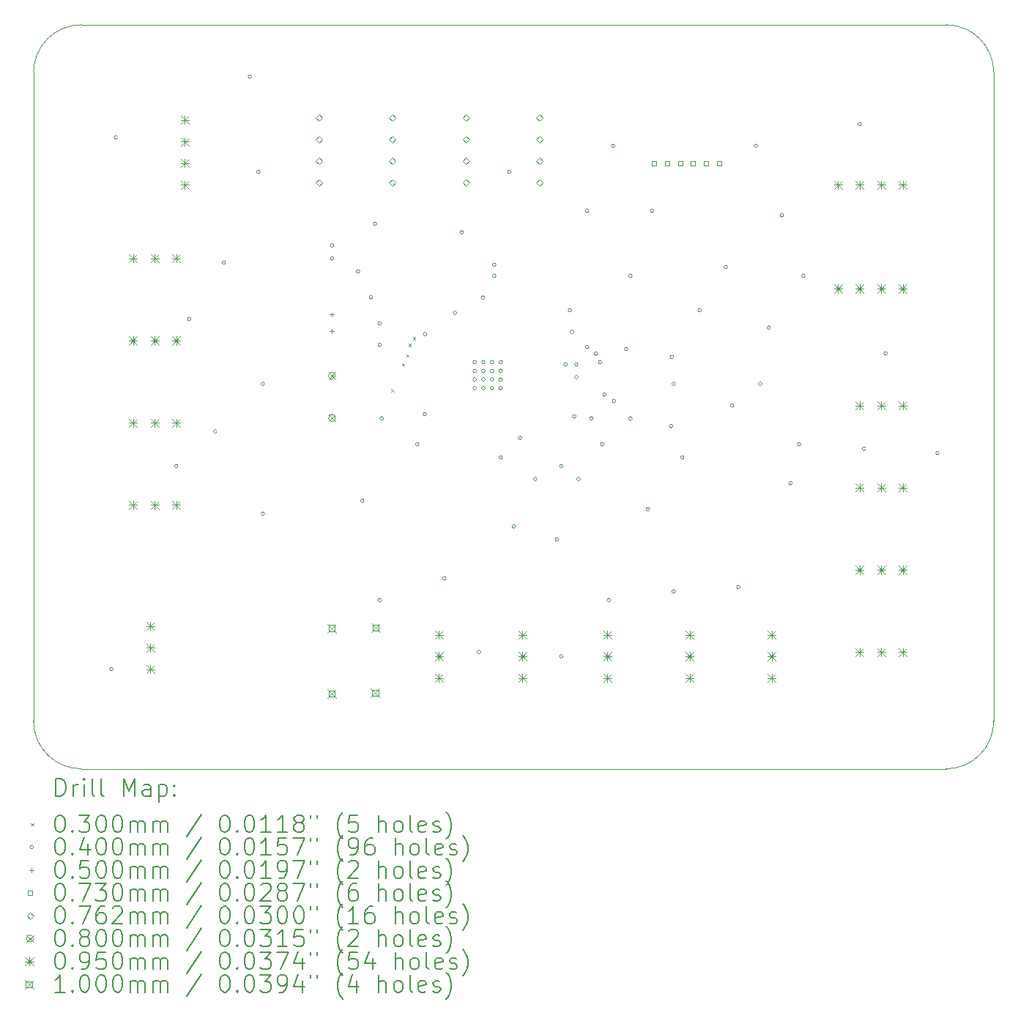
<source format=gbr>
%TF.GenerationSoftware,KiCad,Pcbnew,9.0.0*%
%TF.CreationDate,2025-03-31T20:13:17+09:00*%
%TF.ProjectId,circuit-sugoi-tsuyoi-machine,63697263-7569-4742-9d73-75676f692d74,rev?*%
%TF.SameCoordinates,Original*%
%TF.FileFunction,Drillmap*%
%TF.FilePolarity,Positive*%
%FSLAX45Y45*%
G04 Gerber Fmt 4.5, Leading zero omitted, Abs format (unit mm)*
G04 Created by KiCad (PCBNEW 9.0.0) date 2025-03-31 20:13:17*
%MOMM*%
%LPD*%
G01*
G04 APERTURE LIST*
%ADD10C,0.050000*%
%ADD11C,0.200000*%
%ADD12C,0.100000*%
G04 APERTURE END LIST*
D10*
X19700000Y-5700000D02*
X19700000Y-13200000D01*
X9150000Y-13750000D02*
G75*
G02*
X8600000Y-13200000I0J550000D01*
G01*
X19150000Y-13750000D02*
X9150000Y-13750000D01*
X19150000Y-5150000D02*
G75*
G02*
X19700000Y-5700000I0J-550000D01*
G01*
X8600000Y-13200000D02*
X8600000Y-5700000D01*
X8600000Y-5700000D02*
G75*
G02*
X9150000Y-5150000I550000J0D01*
G01*
X19700000Y-13200000D02*
G75*
G02*
X19150000Y-13750000I-550000J0D01*
G01*
X9150000Y-5150000D02*
X19150000Y-5150000D01*
D11*
D12*
X12735000Y-9360000D02*
X12765000Y-9390000D01*
X12765000Y-9360000D02*
X12735000Y-9390000D01*
X12860000Y-9060000D02*
X12890000Y-9090000D01*
X12890000Y-9060000D02*
X12860000Y-9090000D01*
X12910000Y-8960000D02*
X12940000Y-8990000D01*
X12940000Y-8960000D02*
X12910000Y-8990000D01*
X12935000Y-8835000D02*
X12965000Y-8865000D01*
X12965000Y-8835000D02*
X12935000Y-8865000D01*
X12985000Y-8760000D02*
X13015000Y-8790000D01*
X13015000Y-8760000D02*
X12985000Y-8790000D01*
X9520000Y-12600000D02*
G75*
G02*
X9480000Y-12600000I-20000J0D01*
G01*
X9480000Y-12600000D02*
G75*
G02*
X9520000Y-12600000I20000J0D01*
G01*
X9570000Y-6450000D02*
G75*
G02*
X9530000Y-6450000I-20000J0D01*
G01*
X9530000Y-6450000D02*
G75*
G02*
X9570000Y-6450000I20000J0D01*
G01*
X10270000Y-10250000D02*
G75*
G02*
X10230000Y-10250000I-20000J0D01*
G01*
X10230000Y-10250000D02*
G75*
G02*
X10270000Y-10250000I20000J0D01*
G01*
X10420000Y-8550000D02*
G75*
G02*
X10380000Y-8550000I-20000J0D01*
G01*
X10380000Y-8550000D02*
G75*
G02*
X10420000Y-8550000I20000J0D01*
G01*
X10720000Y-9850000D02*
G75*
G02*
X10680000Y-9850000I-20000J0D01*
G01*
X10680000Y-9850000D02*
G75*
G02*
X10720000Y-9850000I20000J0D01*
G01*
X10820000Y-7900000D02*
G75*
G02*
X10780000Y-7900000I-20000J0D01*
G01*
X10780000Y-7900000D02*
G75*
G02*
X10820000Y-7900000I20000J0D01*
G01*
X11120000Y-5750000D02*
G75*
G02*
X11080000Y-5750000I-20000J0D01*
G01*
X11080000Y-5750000D02*
G75*
G02*
X11120000Y-5750000I20000J0D01*
G01*
X11220000Y-6850000D02*
G75*
G02*
X11180000Y-6850000I-20000J0D01*
G01*
X11180000Y-6850000D02*
G75*
G02*
X11220000Y-6850000I20000J0D01*
G01*
X11270000Y-9300000D02*
G75*
G02*
X11230000Y-9300000I-20000J0D01*
G01*
X11230000Y-9300000D02*
G75*
G02*
X11270000Y-9300000I20000J0D01*
G01*
X11270000Y-10800000D02*
G75*
G02*
X11230000Y-10800000I-20000J0D01*
G01*
X11230000Y-10800000D02*
G75*
G02*
X11270000Y-10800000I20000J0D01*
G01*
X12070000Y-7700000D02*
G75*
G02*
X12030000Y-7700000I-20000J0D01*
G01*
X12030000Y-7700000D02*
G75*
G02*
X12070000Y-7700000I20000J0D01*
G01*
X12070000Y-7850000D02*
G75*
G02*
X12030000Y-7850000I-20000J0D01*
G01*
X12030000Y-7850000D02*
G75*
G02*
X12070000Y-7850000I20000J0D01*
G01*
X12370000Y-8000000D02*
G75*
G02*
X12330000Y-8000000I-20000J0D01*
G01*
X12330000Y-8000000D02*
G75*
G02*
X12370000Y-8000000I20000J0D01*
G01*
X12420000Y-10650000D02*
G75*
G02*
X12380000Y-10650000I-20000J0D01*
G01*
X12380000Y-10650000D02*
G75*
G02*
X12420000Y-10650000I20000J0D01*
G01*
X12520000Y-8300000D02*
G75*
G02*
X12480000Y-8300000I-20000J0D01*
G01*
X12480000Y-8300000D02*
G75*
G02*
X12520000Y-8300000I20000J0D01*
G01*
X12570000Y-7450000D02*
G75*
G02*
X12530000Y-7450000I-20000J0D01*
G01*
X12530000Y-7450000D02*
G75*
G02*
X12570000Y-7450000I20000J0D01*
G01*
X12620000Y-8600000D02*
G75*
G02*
X12580000Y-8600000I-20000J0D01*
G01*
X12580000Y-8600000D02*
G75*
G02*
X12620000Y-8600000I20000J0D01*
G01*
X12620000Y-8850000D02*
G75*
G02*
X12580000Y-8850000I-20000J0D01*
G01*
X12580000Y-8850000D02*
G75*
G02*
X12620000Y-8850000I20000J0D01*
G01*
X12620000Y-11800000D02*
G75*
G02*
X12580000Y-11800000I-20000J0D01*
G01*
X12580000Y-11800000D02*
G75*
G02*
X12620000Y-11800000I20000J0D01*
G01*
X12645000Y-9700000D02*
G75*
G02*
X12605000Y-9700000I-20000J0D01*
G01*
X12605000Y-9700000D02*
G75*
G02*
X12645000Y-9700000I20000J0D01*
G01*
X13056250Y-10000000D02*
G75*
G02*
X13016250Y-10000000I-20000J0D01*
G01*
X13016250Y-10000000D02*
G75*
G02*
X13056250Y-10000000I20000J0D01*
G01*
X13145000Y-8725000D02*
G75*
G02*
X13105000Y-8725000I-20000J0D01*
G01*
X13105000Y-8725000D02*
G75*
G02*
X13145000Y-8725000I20000J0D01*
G01*
X13145000Y-9650000D02*
G75*
G02*
X13105000Y-9650000I-20000J0D01*
G01*
X13105000Y-9650000D02*
G75*
G02*
X13145000Y-9650000I20000J0D01*
G01*
X13370000Y-11550000D02*
G75*
G02*
X13330000Y-11550000I-20000J0D01*
G01*
X13330000Y-11550000D02*
G75*
G02*
X13370000Y-11550000I20000J0D01*
G01*
X13491967Y-8478033D02*
G75*
G02*
X13451967Y-8478033I-20000J0D01*
G01*
X13451967Y-8478033D02*
G75*
G02*
X13491967Y-8478033I20000J0D01*
G01*
X13570000Y-7550000D02*
G75*
G02*
X13530000Y-7550000I-20000J0D01*
G01*
X13530000Y-7550000D02*
G75*
G02*
X13570000Y-7550000I20000J0D01*
G01*
X13720000Y-9050000D02*
G75*
G02*
X13680000Y-9050000I-20000J0D01*
G01*
X13680000Y-9050000D02*
G75*
G02*
X13720000Y-9050000I20000J0D01*
G01*
X13720000Y-9150000D02*
G75*
G02*
X13680000Y-9150000I-20000J0D01*
G01*
X13680000Y-9150000D02*
G75*
G02*
X13720000Y-9150000I20000J0D01*
G01*
X13720000Y-9250000D02*
G75*
G02*
X13680000Y-9250000I-20000J0D01*
G01*
X13680000Y-9250000D02*
G75*
G02*
X13720000Y-9250000I20000J0D01*
G01*
X13720000Y-9350000D02*
G75*
G02*
X13680000Y-9350000I-20000J0D01*
G01*
X13680000Y-9350000D02*
G75*
G02*
X13720000Y-9350000I20000J0D01*
G01*
X13770000Y-12400000D02*
G75*
G02*
X13730000Y-12400000I-20000J0D01*
G01*
X13730000Y-12400000D02*
G75*
G02*
X13770000Y-12400000I20000J0D01*
G01*
X13816967Y-8303033D02*
G75*
G02*
X13776967Y-8303033I-20000J0D01*
G01*
X13776967Y-8303033D02*
G75*
G02*
X13816967Y-8303033I20000J0D01*
G01*
X13820000Y-9050000D02*
G75*
G02*
X13780000Y-9050000I-20000J0D01*
G01*
X13780000Y-9050000D02*
G75*
G02*
X13820000Y-9050000I20000J0D01*
G01*
X13820000Y-9150000D02*
G75*
G02*
X13780000Y-9150000I-20000J0D01*
G01*
X13780000Y-9150000D02*
G75*
G02*
X13820000Y-9150000I20000J0D01*
G01*
X13820000Y-9250000D02*
G75*
G02*
X13780000Y-9250000I-20000J0D01*
G01*
X13780000Y-9250000D02*
G75*
G02*
X13820000Y-9250000I20000J0D01*
G01*
X13820000Y-9350000D02*
G75*
G02*
X13780000Y-9350000I-20000J0D01*
G01*
X13780000Y-9350000D02*
G75*
G02*
X13820000Y-9350000I20000J0D01*
G01*
X13920000Y-9050000D02*
G75*
G02*
X13880000Y-9050000I-20000J0D01*
G01*
X13880000Y-9050000D02*
G75*
G02*
X13920000Y-9050000I20000J0D01*
G01*
X13920000Y-9150000D02*
G75*
G02*
X13880000Y-9150000I-20000J0D01*
G01*
X13880000Y-9150000D02*
G75*
G02*
X13920000Y-9150000I20000J0D01*
G01*
X13920000Y-9250000D02*
G75*
G02*
X13880000Y-9250000I-20000J0D01*
G01*
X13880000Y-9250000D02*
G75*
G02*
X13920000Y-9250000I20000J0D01*
G01*
X13920000Y-9350000D02*
G75*
G02*
X13880000Y-9350000I-20000J0D01*
G01*
X13880000Y-9350000D02*
G75*
G02*
X13920000Y-9350000I20000J0D01*
G01*
X13945000Y-7925000D02*
G75*
G02*
X13905000Y-7925000I-20000J0D01*
G01*
X13905000Y-7925000D02*
G75*
G02*
X13945000Y-7925000I20000J0D01*
G01*
X13945000Y-8050000D02*
G75*
G02*
X13905000Y-8050000I-20000J0D01*
G01*
X13905000Y-8050000D02*
G75*
G02*
X13945000Y-8050000I20000J0D01*
G01*
X14020000Y-9050000D02*
G75*
G02*
X13980000Y-9050000I-20000J0D01*
G01*
X13980000Y-9050000D02*
G75*
G02*
X14020000Y-9050000I20000J0D01*
G01*
X14020000Y-9150000D02*
G75*
G02*
X13980000Y-9150000I-20000J0D01*
G01*
X13980000Y-9150000D02*
G75*
G02*
X14020000Y-9150000I20000J0D01*
G01*
X14020000Y-9250000D02*
G75*
G02*
X13980000Y-9250000I-20000J0D01*
G01*
X13980000Y-9250000D02*
G75*
G02*
X14020000Y-9250000I20000J0D01*
G01*
X14020000Y-9350000D02*
G75*
G02*
X13980000Y-9350000I-20000J0D01*
G01*
X13980000Y-9350000D02*
G75*
G02*
X14020000Y-9350000I20000J0D01*
G01*
X14020000Y-10150000D02*
G75*
G02*
X13980000Y-10150000I-20000J0D01*
G01*
X13980000Y-10150000D02*
G75*
G02*
X14020000Y-10150000I20000J0D01*
G01*
X14120000Y-6850000D02*
G75*
G02*
X14080000Y-6850000I-20000J0D01*
G01*
X14080000Y-6850000D02*
G75*
G02*
X14120000Y-6850000I20000J0D01*
G01*
X14170000Y-10950000D02*
G75*
G02*
X14130000Y-10950000I-20000J0D01*
G01*
X14130000Y-10950000D02*
G75*
G02*
X14170000Y-10950000I20000J0D01*
G01*
X14245000Y-9925000D02*
G75*
G02*
X14205000Y-9925000I-20000J0D01*
G01*
X14205000Y-9925000D02*
G75*
G02*
X14245000Y-9925000I20000J0D01*
G01*
X14420000Y-10400000D02*
G75*
G02*
X14380000Y-10400000I-20000J0D01*
G01*
X14380000Y-10400000D02*
G75*
G02*
X14420000Y-10400000I20000J0D01*
G01*
X14670000Y-11100000D02*
G75*
G02*
X14630000Y-11100000I-20000J0D01*
G01*
X14630000Y-11100000D02*
G75*
G02*
X14670000Y-11100000I20000J0D01*
G01*
X14720000Y-10250000D02*
G75*
G02*
X14680000Y-10250000I-20000J0D01*
G01*
X14680000Y-10250000D02*
G75*
G02*
X14720000Y-10250000I20000J0D01*
G01*
X14720000Y-12450000D02*
G75*
G02*
X14680000Y-12450000I-20000J0D01*
G01*
X14680000Y-12450000D02*
G75*
G02*
X14720000Y-12450000I20000J0D01*
G01*
X14770000Y-9075000D02*
G75*
G02*
X14730000Y-9075000I-20000J0D01*
G01*
X14730000Y-9075000D02*
G75*
G02*
X14770000Y-9075000I20000J0D01*
G01*
X14820000Y-8450000D02*
G75*
G02*
X14780000Y-8450000I-20000J0D01*
G01*
X14780000Y-8450000D02*
G75*
G02*
X14820000Y-8450000I20000J0D01*
G01*
X14845000Y-8700000D02*
G75*
G02*
X14805000Y-8700000I-20000J0D01*
G01*
X14805000Y-8700000D02*
G75*
G02*
X14845000Y-8700000I20000J0D01*
G01*
X14870000Y-9675000D02*
G75*
G02*
X14830000Y-9675000I-20000J0D01*
G01*
X14830000Y-9675000D02*
G75*
G02*
X14870000Y-9675000I20000J0D01*
G01*
X14895000Y-9075000D02*
G75*
G02*
X14855000Y-9075000I-20000J0D01*
G01*
X14855000Y-9075000D02*
G75*
G02*
X14895000Y-9075000I20000J0D01*
G01*
X14895000Y-9225000D02*
G75*
G02*
X14855000Y-9225000I-20000J0D01*
G01*
X14855000Y-9225000D02*
G75*
G02*
X14895000Y-9225000I20000J0D01*
G01*
X14920000Y-10400000D02*
G75*
G02*
X14880000Y-10400000I-20000J0D01*
G01*
X14880000Y-10400000D02*
G75*
G02*
X14920000Y-10400000I20000J0D01*
G01*
X15020000Y-7300000D02*
G75*
G02*
X14980000Y-7300000I-20000J0D01*
G01*
X14980000Y-7300000D02*
G75*
G02*
X15020000Y-7300000I20000J0D01*
G01*
X15020000Y-8875000D02*
G75*
G02*
X14980000Y-8875000I-20000J0D01*
G01*
X14980000Y-8875000D02*
G75*
G02*
X15020000Y-8875000I20000J0D01*
G01*
X15070000Y-9700000D02*
G75*
G02*
X15030000Y-9700000I-20000J0D01*
G01*
X15030000Y-9700000D02*
G75*
G02*
X15070000Y-9700000I20000J0D01*
G01*
X15120000Y-8950000D02*
G75*
G02*
X15080000Y-8950000I-20000J0D01*
G01*
X15080000Y-8950000D02*
G75*
G02*
X15120000Y-8950000I20000J0D01*
G01*
X15170000Y-9050000D02*
G75*
G02*
X15130000Y-9050000I-20000J0D01*
G01*
X15130000Y-9050000D02*
G75*
G02*
X15170000Y-9050000I20000J0D01*
G01*
X15195000Y-10000000D02*
G75*
G02*
X15155000Y-10000000I-20000J0D01*
G01*
X15155000Y-10000000D02*
G75*
G02*
X15195000Y-10000000I20000J0D01*
G01*
X15220000Y-9425000D02*
G75*
G02*
X15180000Y-9425000I-20000J0D01*
G01*
X15180000Y-9425000D02*
G75*
G02*
X15220000Y-9425000I20000J0D01*
G01*
X15270000Y-11800000D02*
G75*
G02*
X15230000Y-11800000I-20000J0D01*
G01*
X15230000Y-11800000D02*
G75*
G02*
X15270000Y-11800000I20000J0D01*
G01*
X15320000Y-6550000D02*
G75*
G02*
X15280000Y-6550000I-20000J0D01*
G01*
X15280000Y-6550000D02*
G75*
G02*
X15320000Y-6550000I20000J0D01*
G01*
X15330210Y-9500000D02*
G75*
G02*
X15290210Y-9500000I-20000J0D01*
G01*
X15290210Y-9500000D02*
G75*
G02*
X15330210Y-9500000I20000J0D01*
G01*
X15470000Y-8900000D02*
G75*
G02*
X15430000Y-8900000I-20000J0D01*
G01*
X15430000Y-8900000D02*
G75*
G02*
X15470000Y-8900000I20000J0D01*
G01*
X15520000Y-8050000D02*
G75*
G02*
X15480000Y-8050000I-20000J0D01*
G01*
X15480000Y-8050000D02*
G75*
G02*
X15520000Y-8050000I20000J0D01*
G01*
X15520000Y-9700000D02*
G75*
G02*
X15480000Y-9700000I-20000J0D01*
G01*
X15480000Y-9700000D02*
G75*
G02*
X15520000Y-9700000I20000J0D01*
G01*
X15720000Y-10750000D02*
G75*
G02*
X15680000Y-10750000I-20000J0D01*
G01*
X15680000Y-10750000D02*
G75*
G02*
X15720000Y-10750000I20000J0D01*
G01*
X15770000Y-7300000D02*
G75*
G02*
X15730000Y-7300000I-20000J0D01*
G01*
X15730000Y-7300000D02*
G75*
G02*
X15770000Y-7300000I20000J0D01*
G01*
X15990000Y-9790000D02*
G75*
G02*
X15950000Y-9790000I-20000J0D01*
G01*
X15950000Y-9790000D02*
G75*
G02*
X15990000Y-9790000I20000J0D01*
G01*
X16000000Y-8990000D02*
G75*
G02*
X15960000Y-8990000I-20000J0D01*
G01*
X15960000Y-8990000D02*
G75*
G02*
X16000000Y-8990000I20000J0D01*
G01*
X16020000Y-9300000D02*
G75*
G02*
X15980000Y-9300000I-20000J0D01*
G01*
X15980000Y-9300000D02*
G75*
G02*
X16020000Y-9300000I20000J0D01*
G01*
X16020000Y-11700000D02*
G75*
G02*
X15980000Y-11700000I-20000J0D01*
G01*
X15980000Y-11700000D02*
G75*
G02*
X16020000Y-11700000I20000J0D01*
G01*
X16120000Y-10150000D02*
G75*
G02*
X16080000Y-10150000I-20000J0D01*
G01*
X16080000Y-10150000D02*
G75*
G02*
X16120000Y-10150000I20000J0D01*
G01*
X16320000Y-8450000D02*
G75*
G02*
X16280000Y-8450000I-20000J0D01*
G01*
X16280000Y-8450000D02*
G75*
G02*
X16320000Y-8450000I20000J0D01*
G01*
X16620000Y-7950000D02*
G75*
G02*
X16580000Y-7950000I-20000J0D01*
G01*
X16580000Y-7950000D02*
G75*
G02*
X16620000Y-7950000I20000J0D01*
G01*
X16695000Y-9550000D02*
G75*
G02*
X16655000Y-9550000I-20000J0D01*
G01*
X16655000Y-9550000D02*
G75*
G02*
X16695000Y-9550000I20000J0D01*
G01*
X16770000Y-11650000D02*
G75*
G02*
X16730000Y-11650000I-20000J0D01*
G01*
X16730000Y-11650000D02*
G75*
G02*
X16770000Y-11650000I20000J0D01*
G01*
X16970000Y-6550000D02*
G75*
G02*
X16930000Y-6550000I-20000J0D01*
G01*
X16930000Y-6550000D02*
G75*
G02*
X16970000Y-6550000I20000J0D01*
G01*
X17020000Y-9300000D02*
G75*
G02*
X16980000Y-9300000I-20000J0D01*
G01*
X16980000Y-9300000D02*
G75*
G02*
X17020000Y-9300000I20000J0D01*
G01*
X17120000Y-8650000D02*
G75*
G02*
X17080000Y-8650000I-20000J0D01*
G01*
X17080000Y-8650000D02*
G75*
G02*
X17120000Y-8650000I20000J0D01*
G01*
X17270000Y-7350000D02*
G75*
G02*
X17230000Y-7350000I-20000J0D01*
G01*
X17230000Y-7350000D02*
G75*
G02*
X17270000Y-7350000I20000J0D01*
G01*
X17370000Y-10450000D02*
G75*
G02*
X17330000Y-10450000I-20000J0D01*
G01*
X17330000Y-10450000D02*
G75*
G02*
X17370000Y-10450000I20000J0D01*
G01*
X17470000Y-10000000D02*
G75*
G02*
X17430000Y-10000000I-20000J0D01*
G01*
X17430000Y-10000000D02*
G75*
G02*
X17470000Y-10000000I20000J0D01*
G01*
X17520000Y-8050000D02*
G75*
G02*
X17480000Y-8050000I-20000J0D01*
G01*
X17480000Y-8050000D02*
G75*
G02*
X17520000Y-8050000I20000J0D01*
G01*
X18170000Y-6300000D02*
G75*
G02*
X18130000Y-6300000I-20000J0D01*
G01*
X18130000Y-6300000D02*
G75*
G02*
X18170000Y-6300000I20000J0D01*
G01*
X18220000Y-10050000D02*
G75*
G02*
X18180000Y-10050000I-20000J0D01*
G01*
X18180000Y-10050000D02*
G75*
G02*
X18220000Y-10050000I20000J0D01*
G01*
X18470000Y-8950000D02*
G75*
G02*
X18430000Y-8950000I-20000J0D01*
G01*
X18430000Y-8950000D02*
G75*
G02*
X18470000Y-8950000I20000J0D01*
G01*
X19070000Y-10100000D02*
G75*
G02*
X19030000Y-10100000I-20000J0D01*
G01*
X19030000Y-10100000D02*
G75*
G02*
X19070000Y-10100000I20000J0D01*
G01*
X12050000Y-8475000D02*
X12050000Y-8525000D01*
X12025000Y-8500000D02*
X12075000Y-8500000D01*
X12050000Y-8665000D02*
X12050000Y-8715000D01*
X12025000Y-8690000D02*
X12075000Y-8690000D01*
X15800810Y-6780810D02*
X15800810Y-6729190D01*
X15749190Y-6729190D01*
X15749190Y-6780810D01*
X15800810Y-6780810D01*
X15950810Y-6780810D02*
X15950810Y-6729190D01*
X15899190Y-6729190D01*
X15899190Y-6780810D01*
X15950810Y-6780810D01*
X16100810Y-6780810D02*
X16100810Y-6729190D01*
X16049190Y-6729190D01*
X16049190Y-6780810D01*
X16100810Y-6780810D01*
X16250810Y-6780810D02*
X16250810Y-6729190D01*
X16199190Y-6729190D01*
X16199190Y-6780810D01*
X16250810Y-6780810D01*
X16400810Y-6780810D02*
X16400810Y-6729190D01*
X16349190Y-6729190D01*
X16349190Y-6780810D01*
X16400810Y-6780810D01*
X16550810Y-6780810D02*
X16550810Y-6729190D01*
X16499190Y-6729190D01*
X16499190Y-6780810D01*
X16550810Y-6780810D01*
X11900000Y-6263100D02*
X11938100Y-6225000D01*
X11900000Y-6186900D01*
X11861900Y-6225000D01*
X11900000Y-6263100D01*
X11900000Y-6513100D02*
X11938100Y-6475000D01*
X11900000Y-6436900D01*
X11861900Y-6475000D01*
X11900000Y-6513100D01*
X11900000Y-6763100D02*
X11938100Y-6725000D01*
X11900000Y-6686900D01*
X11861900Y-6725000D01*
X11900000Y-6763100D01*
X11900000Y-7013100D02*
X11938100Y-6975000D01*
X11900000Y-6936900D01*
X11861900Y-6975000D01*
X11900000Y-7013100D01*
X12750000Y-6263100D02*
X12788100Y-6225000D01*
X12750000Y-6186900D01*
X12711900Y-6225000D01*
X12750000Y-6263100D01*
X12750000Y-6513100D02*
X12788100Y-6475000D01*
X12750000Y-6436900D01*
X12711900Y-6475000D01*
X12750000Y-6513100D01*
X12750000Y-6763100D02*
X12788100Y-6725000D01*
X12750000Y-6686900D01*
X12711900Y-6725000D01*
X12750000Y-6763100D01*
X12750000Y-7013100D02*
X12788100Y-6975000D01*
X12750000Y-6936900D01*
X12711900Y-6975000D01*
X12750000Y-7013100D01*
X13600000Y-6263100D02*
X13638100Y-6225000D01*
X13600000Y-6186900D01*
X13561900Y-6225000D01*
X13600000Y-6263100D01*
X13600000Y-6513100D02*
X13638100Y-6475000D01*
X13600000Y-6436900D01*
X13561900Y-6475000D01*
X13600000Y-6513100D01*
X13600000Y-6763100D02*
X13638100Y-6725000D01*
X13600000Y-6686900D01*
X13561900Y-6725000D01*
X13600000Y-6763100D01*
X13600000Y-7013100D02*
X13638100Y-6975000D01*
X13600000Y-6936900D01*
X13561900Y-6975000D01*
X13600000Y-7013100D01*
X14450000Y-6263100D02*
X14488100Y-6225000D01*
X14450000Y-6186900D01*
X14411900Y-6225000D01*
X14450000Y-6263100D01*
X14450000Y-6513100D02*
X14488100Y-6475000D01*
X14450000Y-6436900D01*
X14411900Y-6475000D01*
X14450000Y-6513100D01*
X14450000Y-6763100D02*
X14488100Y-6725000D01*
X14450000Y-6686900D01*
X14411900Y-6725000D01*
X14450000Y-6763100D01*
X14450000Y-7013100D02*
X14488100Y-6975000D01*
X14450000Y-6936900D01*
X14411900Y-6975000D01*
X14450000Y-7013100D01*
X12010000Y-9167000D02*
X12090000Y-9247000D01*
X12090000Y-9167000D02*
X12010000Y-9247000D01*
X12090000Y-9207000D02*
G75*
G02*
X12010000Y-9207000I-40000J0D01*
G01*
X12010000Y-9207000D02*
G75*
G02*
X12090000Y-9207000I40000J0D01*
G01*
X12010000Y-9655000D02*
X12090000Y-9735000D01*
X12090000Y-9655000D02*
X12010000Y-9735000D01*
X12090000Y-9695000D02*
G75*
G02*
X12010000Y-9695000I-40000J0D01*
G01*
X12010000Y-9695000D02*
G75*
G02*
X12090000Y-9695000I40000J0D01*
G01*
X9702500Y-7802500D02*
X9797500Y-7897500D01*
X9797500Y-7802500D02*
X9702500Y-7897500D01*
X9750000Y-7802500D02*
X9750000Y-7897500D01*
X9702500Y-7850000D02*
X9797500Y-7850000D01*
X9702500Y-8752500D02*
X9797500Y-8847500D01*
X9797500Y-8752500D02*
X9702500Y-8847500D01*
X9750000Y-8752500D02*
X9750000Y-8847500D01*
X9702500Y-8800000D02*
X9797500Y-8800000D01*
X9702500Y-9702500D02*
X9797500Y-9797500D01*
X9797500Y-9702500D02*
X9702500Y-9797500D01*
X9750000Y-9702500D02*
X9750000Y-9797500D01*
X9702500Y-9750000D02*
X9797500Y-9750000D01*
X9702500Y-10652500D02*
X9797500Y-10747500D01*
X9797500Y-10652500D02*
X9702500Y-10747500D01*
X9750000Y-10652500D02*
X9750000Y-10747500D01*
X9702500Y-10700000D02*
X9797500Y-10700000D01*
X9902500Y-12052500D02*
X9997500Y-12147500D01*
X9997500Y-12052500D02*
X9902500Y-12147500D01*
X9950000Y-12052500D02*
X9950000Y-12147500D01*
X9902500Y-12100000D02*
X9997500Y-12100000D01*
X9902500Y-12302500D02*
X9997500Y-12397500D01*
X9997500Y-12302500D02*
X9902500Y-12397500D01*
X9950000Y-12302500D02*
X9950000Y-12397500D01*
X9902500Y-12350000D02*
X9997500Y-12350000D01*
X9902500Y-12552500D02*
X9997500Y-12647500D01*
X9997500Y-12552500D02*
X9902500Y-12647500D01*
X9950000Y-12552500D02*
X9950000Y-12647500D01*
X9902500Y-12600000D02*
X9997500Y-12600000D01*
X9952500Y-7802500D02*
X10047500Y-7897500D01*
X10047500Y-7802500D02*
X9952500Y-7897500D01*
X10000000Y-7802500D02*
X10000000Y-7897500D01*
X9952500Y-7850000D02*
X10047500Y-7850000D01*
X9952500Y-8752500D02*
X10047500Y-8847500D01*
X10047500Y-8752500D02*
X9952500Y-8847500D01*
X10000000Y-8752500D02*
X10000000Y-8847500D01*
X9952500Y-8800000D02*
X10047500Y-8800000D01*
X9952500Y-9702500D02*
X10047500Y-9797500D01*
X10047500Y-9702500D02*
X9952500Y-9797500D01*
X10000000Y-9702500D02*
X10000000Y-9797500D01*
X9952500Y-9750000D02*
X10047500Y-9750000D01*
X9952500Y-10652500D02*
X10047500Y-10747500D01*
X10047500Y-10652500D02*
X9952500Y-10747500D01*
X10000000Y-10652500D02*
X10000000Y-10747500D01*
X9952500Y-10700000D02*
X10047500Y-10700000D01*
X10202500Y-7802500D02*
X10297500Y-7897500D01*
X10297500Y-7802500D02*
X10202500Y-7897500D01*
X10250000Y-7802500D02*
X10250000Y-7897500D01*
X10202500Y-7850000D02*
X10297500Y-7850000D01*
X10202500Y-8752500D02*
X10297500Y-8847500D01*
X10297500Y-8752500D02*
X10202500Y-8847500D01*
X10250000Y-8752500D02*
X10250000Y-8847500D01*
X10202500Y-8800000D02*
X10297500Y-8800000D01*
X10202500Y-9702500D02*
X10297500Y-9797500D01*
X10297500Y-9702500D02*
X10202500Y-9797500D01*
X10250000Y-9702500D02*
X10250000Y-9797500D01*
X10202500Y-9750000D02*
X10297500Y-9750000D01*
X10202500Y-10652500D02*
X10297500Y-10747500D01*
X10297500Y-10652500D02*
X10202500Y-10747500D01*
X10250000Y-10652500D02*
X10250000Y-10747500D01*
X10202500Y-10700000D02*
X10297500Y-10700000D01*
X10302500Y-6202500D02*
X10397500Y-6297500D01*
X10397500Y-6202500D02*
X10302500Y-6297500D01*
X10350000Y-6202500D02*
X10350000Y-6297500D01*
X10302500Y-6250000D02*
X10397500Y-6250000D01*
X10302500Y-6452500D02*
X10397500Y-6547500D01*
X10397500Y-6452500D02*
X10302500Y-6547500D01*
X10350000Y-6452500D02*
X10350000Y-6547500D01*
X10302500Y-6500000D02*
X10397500Y-6500000D01*
X10302500Y-6702500D02*
X10397500Y-6797500D01*
X10397500Y-6702500D02*
X10302500Y-6797500D01*
X10350000Y-6702500D02*
X10350000Y-6797500D01*
X10302500Y-6750000D02*
X10397500Y-6750000D01*
X10302500Y-6952500D02*
X10397500Y-7047500D01*
X10397500Y-6952500D02*
X10302500Y-7047500D01*
X10350000Y-6952500D02*
X10350000Y-7047500D01*
X10302500Y-7000000D02*
X10397500Y-7000000D01*
X13237500Y-12152500D02*
X13332500Y-12247500D01*
X13332500Y-12152500D02*
X13237500Y-12247500D01*
X13285000Y-12152500D02*
X13285000Y-12247500D01*
X13237500Y-12200000D02*
X13332500Y-12200000D01*
X13237500Y-12402500D02*
X13332500Y-12497500D01*
X13332500Y-12402500D02*
X13237500Y-12497500D01*
X13285000Y-12402500D02*
X13285000Y-12497500D01*
X13237500Y-12450000D02*
X13332500Y-12450000D01*
X13237500Y-12652500D02*
X13332500Y-12747500D01*
X13332500Y-12652500D02*
X13237500Y-12747500D01*
X13285000Y-12652500D02*
X13285000Y-12747500D01*
X13237500Y-12700000D02*
X13332500Y-12700000D01*
X14202500Y-12152500D02*
X14297500Y-12247500D01*
X14297500Y-12152500D02*
X14202500Y-12247500D01*
X14250000Y-12152500D02*
X14250000Y-12247500D01*
X14202500Y-12200000D02*
X14297500Y-12200000D01*
X14202500Y-12402500D02*
X14297500Y-12497500D01*
X14297500Y-12402500D02*
X14202500Y-12497500D01*
X14250000Y-12402500D02*
X14250000Y-12497500D01*
X14202500Y-12450000D02*
X14297500Y-12450000D01*
X14202500Y-12652500D02*
X14297500Y-12747500D01*
X14297500Y-12652500D02*
X14202500Y-12747500D01*
X14250000Y-12652500D02*
X14250000Y-12747500D01*
X14202500Y-12700000D02*
X14297500Y-12700000D01*
X15187500Y-12152500D02*
X15282500Y-12247500D01*
X15282500Y-12152500D02*
X15187500Y-12247500D01*
X15235000Y-12152500D02*
X15235000Y-12247500D01*
X15187500Y-12200000D02*
X15282500Y-12200000D01*
X15187500Y-12402500D02*
X15282500Y-12497500D01*
X15282500Y-12402500D02*
X15187500Y-12497500D01*
X15235000Y-12402500D02*
X15235000Y-12497500D01*
X15187500Y-12450000D02*
X15282500Y-12450000D01*
X15187500Y-12652500D02*
X15282500Y-12747500D01*
X15282500Y-12652500D02*
X15187500Y-12747500D01*
X15235000Y-12652500D02*
X15235000Y-12747500D01*
X15187500Y-12700000D02*
X15282500Y-12700000D01*
X16137500Y-12152500D02*
X16232500Y-12247500D01*
X16232500Y-12152500D02*
X16137500Y-12247500D01*
X16185000Y-12152500D02*
X16185000Y-12247500D01*
X16137500Y-12200000D02*
X16232500Y-12200000D01*
X16137500Y-12402500D02*
X16232500Y-12497500D01*
X16232500Y-12402500D02*
X16137500Y-12497500D01*
X16185000Y-12402500D02*
X16185000Y-12497500D01*
X16137500Y-12450000D02*
X16232500Y-12450000D01*
X16137500Y-12652500D02*
X16232500Y-12747500D01*
X16232500Y-12652500D02*
X16137500Y-12747500D01*
X16185000Y-12652500D02*
X16185000Y-12747500D01*
X16137500Y-12700000D02*
X16232500Y-12700000D01*
X17087500Y-12152500D02*
X17182500Y-12247500D01*
X17182500Y-12152500D02*
X17087500Y-12247500D01*
X17135000Y-12152500D02*
X17135000Y-12247500D01*
X17087500Y-12200000D02*
X17182500Y-12200000D01*
X17087500Y-12402500D02*
X17182500Y-12497500D01*
X17182500Y-12402500D02*
X17087500Y-12497500D01*
X17135000Y-12402500D02*
X17135000Y-12497500D01*
X17087500Y-12450000D02*
X17182500Y-12450000D01*
X17087500Y-12652500D02*
X17182500Y-12747500D01*
X17182500Y-12652500D02*
X17087500Y-12747500D01*
X17135000Y-12652500D02*
X17135000Y-12747500D01*
X17087500Y-12700000D02*
X17182500Y-12700000D01*
X17852500Y-6952500D02*
X17947500Y-7047500D01*
X17947500Y-6952500D02*
X17852500Y-7047500D01*
X17900000Y-6952500D02*
X17900000Y-7047500D01*
X17852500Y-7000000D02*
X17947500Y-7000000D01*
X17852500Y-8152500D02*
X17947500Y-8247500D01*
X17947500Y-8152500D02*
X17852500Y-8247500D01*
X17900000Y-8152500D02*
X17900000Y-8247500D01*
X17852500Y-8200000D02*
X17947500Y-8200000D01*
X18102500Y-6952500D02*
X18197500Y-7047500D01*
X18197500Y-6952500D02*
X18102500Y-7047500D01*
X18150000Y-6952500D02*
X18150000Y-7047500D01*
X18102500Y-7000000D02*
X18197500Y-7000000D01*
X18102500Y-8152500D02*
X18197500Y-8247500D01*
X18197500Y-8152500D02*
X18102500Y-8247500D01*
X18150000Y-8152500D02*
X18150000Y-8247500D01*
X18102500Y-8200000D02*
X18197500Y-8200000D01*
X18102500Y-9502500D02*
X18197500Y-9597500D01*
X18197500Y-9502500D02*
X18102500Y-9597500D01*
X18150000Y-9502500D02*
X18150000Y-9597500D01*
X18102500Y-9550000D02*
X18197500Y-9550000D01*
X18102500Y-10452500D02*
X18197500Y-10547500D01*
X18197500Y-10452500D02*
X18102500Y-10547500D01*
X18150000Y-10452500D02*
X18150000Y-10547500D01*
X18102500Y-10500000D02*
X18197500Y-10500000D01*
X18102500Y-11402500D02*
X18197500Y-11497500D01*
X18197500Y-11402500D02*
X18102500Y-11497500D01*
X18150000Y-11402500D02*
X18150000Y-11497500D01*
X18102500Y-11450000D02*
X18197500Y-11450000D01*
X18102500Y-12352500D02*
X18197500Y-12447500D01*
X18197500Y-12352500D02*
X18102500Y-12447500D01*
X18150000Y-12352500D02*
X18150000Y-12447500D01*
X18102500Y-12400000D02*
X18197500Y-12400000D01*
X18352500Y-6952500D02*
X18447500Y-7047500D01*
X18447500Y-6952500D02*
X18352500Y-7047500D01*
X18400000Y-6952500D02*
X18400000Y-7047500D01*
X18352500Y-7000000D02*
X18447500Y-7000000D01*
X18352500Y-8152500D02*
X18447500Y-8247500D01*
X18447500Y-8152500D02*
X18352500Y-8247500D01*
X18400000Y-8152500D02*
X18400000Y-8247500D01*
X18352500Y-8200000D02*
X18447500Y-8200000D01*
X18352500Y-9502500D02*
X18447500Y-9597500D01*
X18447500Y-9502500D02*
X18352500Y-9597500D01*
X18400000Y-9502500D02*
X18400000Y-9597500D01*
X18352500Y-9550000D02*
X18447500Y-9550000D01*
X18352500Y-10452500D02*
X18447500Y-10547500D01*
X18447500Y-10452500D02*
X18352500Y-10547500D01*
X18400000Y-10452500D02*
X18400000Y-10547500D01*
X18352500Y-10500000D02*
X18447500Y-10500000D01*
X18352500Y-11402500D02*
X18447500Y-11497500D01*
X18447500Y-11402500D02*
X18352500Y-11497500D01*
X18400000Y-11402500D02*
X18400000Y-11497500D01*
X18352500Y-11450000D02*
X18447500Y-11450000D01*
X18352500Y-12352500D02*
X18447500Y-12447500D01*
X18447500Y-12352500D02*
X18352500Y-12447500D01*
X18400000Y-12352500D02*
X18400000Y-12447500D01*
X18352500Y-12400000D02*
X18447500Y-12400000D01*
X18602500Y-6952500D02*
X18697500Y-7047500D01*
X18697500Y-6952500D02*
X18602500Y-7047500D01*
X18650000Y-6952500D02*
X18650000Y-7047500D01*
X18602500Y-7000000D02*
X18697500Y-7000000D01*
X18602500Y-8152500D02*
X18697500Y-8247500D01*
X18697500Y-8152500D02*
X18602500Y-8247500D01*
X18650000Y-8152500D02*
X18650000Y-8247500D01*
X18602500Y-8200000D02*
X18697500Y-8200000D01*
X18602500Y-9502500D02*
X18697500Y-9597500D01*
X18697500Y-9502500D02*
X18602500Y-9597500D01*
X18650000Y-9502500D02*
X18650000Y-9597500D01*
X18602500Y-9550000D02*
X18697500Y-9550000D01*
X18602500Y-10452500D02*
X18697500Y-10547500D01*
X18697500Y-10452500D02*
X18602500Y-10547500D01*
X18650000Y-10452500D02*
X18650000Y-10547500D01*
X18602500Y-10500000D02*
X18697500Y-10500000D01*
X18602500Y-11402500D02*
X18697500Y-11497500D01*
X18697500Y-11402500D02*
X18602500Y-11497500D01*
X18650000Y-11402500D02*
X18650000Y-11497500D01*
X18602500Y-11450000D02*
X18697500Y-11450000D01*
X18602500Y-12352500D02*
X18697500Y-12447500D01*
X18697500Y-12352500D02*
X18602500Y-12447500D01*
X18650000Y-12352500D02*
X18650000Y-12447500D01*
X18602500Y-12400000D02*
X18697500Y-12400000D01*
X11996000Y-12831000D02*
X12096000Y-12931000D01*
X12096000Y-12831000D02*
X11996000Y-12931000D01*
X12081356Y-12916356D02*
X12081356Y-12845644D01*
X12010644Y-12845644D01*
X12010644Y-12916356D01*
X12081356Y-12916356D01*
X12000000Y-12075000D02*
X12100000Y-12175000D01*
X12100000Y-12075000D02*
X12000000Y-12175000D01*
X12085356Y-12160356D02*
X12085356Y-12089644D01*
X12014644Y-12089644D01*
X12014644Y-12160356D01*
X12085356Y-12160356D01*
X12500000Y-12825000D02*
X12600000Y-12925000D01*
X12600000Y-12825000D02*
X12500000Y-12925000D01*
X12585356Y-12910356D02*
X12585356Y-12839644D01*
X12514644Y-12839644D01*
X12514644Y-12910356D01*
X12585356Y-12910356D01*
X12504000Y-12069000D02*
X12604000Y-12169000D01*
X12604000Y-12069000D02*
X12504000Y-12169000D01*
X12589356Y-12154356D02*
X12589356Y-12083644D01*
X12518644Y-12083644D01*
X12518644Y-12154356D01*
X12589356Y-12154356D01*
D11*
X8858277Y-14063984D02*
X8858277Y-13863984D01*
X8858277Y-13863984D02*
X8905896Y-13863984D01*
X8905896Y-13863984D02*
X8934467Y-13873508D01*
X8934467Y-13873508D02*
X8953515Y-13892555D01*
X8953515Y-13892555D02*
X8963039Y-13911603D01*
X8963039Y-13911603D02*
X8972563Y-13949698D01*
X8972563Y-13949698D02*
X8972563Y-13978269D01*
X8972563Y-13978269D02*
X8963039Y-14016365D01*
X8963039Y-14016365D02*
X8953515Y-14035412D01*
X8953515Y-14035412D02*
X8934467Y-14054460D01*
X8934467Y-14054460D02*
X8905896Y-14063984D01*
X8905896Y-14063984D02*
X8858277Y-14063984D01*
X9058277Y-14063984D02*
X9058277Y-13930650D01*
X9058277Y-13968746D02*
X9067801Y-13949698D01*
X9067801Y-13949698D02*
X9077324Y-13940174D01*
X9077324Y-13940174D02*
X9096372Y-13930650D01*
X9096372Y-13930650D02*
X9115420Y-13930650D01*
X9182086Y-14063984D02*
X9182086Y-13930650D01*
X9182086Y-13863984D02*
X9172563Y-13873508D01*
X9172563Y-13873508D02*
X9182086Y-13883031D01*
X9182086Y-13883031D02*
X9191610Y-13873508D01*
X9191610Y-13873508D02*
X9182086Y-13863984D01*
X9182086Y-13863984D02*
X9182086Y-13883031D01*
X9305896Y-14063984D02*
X9286848Y-14054460D01*
X9286848Y-14054460D02*
X9277324Y-14035412D01*
X9277324Y-14035412D02*
X9277324Y-13863984D01*
X9410658Y-14063984D02*
X9391610Y-14054460D01*
X9391610Y-14054460D02*
X9382086Y-14035412D01*
X9382086Y-14035412D02*
X9382086Y-13863984D01*
X9639229Y-14063984D02*
X9639229Y-13863984D01*
X9639229Y-13863984D02*
X9705896Y-14006841D01*
X9705896Y-14006841D02*
X9772563Y-13863984D01*
X9772563Y-13863984D02*
X9772563Y-14063984D01*
X9953515Y-14063984D02*
X9953515Y-13959222D01*
X9953515Y-13959222D02*
X9943991Y-13940174D01*
X9943991Y-13940174D02*
X9924944Y-13930650D01*
X9924944Y-13930650D02*
X9886848Y-13930650D01*
X9886848Y-13930650D02*
X9867801Y-13940174D01*
X9953515Y-14054460D02*
X9934467Y-14063984D01*
X9934467Y-14063984D02*
X9886848Y-14063984D01*
X9886848Y-14063984D02*
X9867801Y-14054460D01*
X9867801Y-14054460D02*
X9858277Y-14035412D01*
X9858277Y-14035412D02*
X9858277Y-14016365D01*
X9858277Y-14016365D02*
X9867801Y-13997317D01*
X9867801Y-13997317D02*
X9886848Y-13987793D01*
X9886848Y-13987793D02*
X9934467Y-13987793D01*
X9934467Y-13987793D02*
X9953515Y-13978269D01*
X10048753Y-13930650D02*
X10048753Y-14130650D01*
X10048753Y-13940174D02*
X10067801Y-13930650D01*
X10067801Y-13930650D02*
X10105896Y-13930650D01*
X10105896Y-13930650D02*
X10124944Y-13940174D01*
X10124944Y-13940174D02*
X10134467Y-13949698D01*
X10134467Y-13949698D02*
X10143991Y-13968746D01*
X10143991Y-13968746D02*
X10143991Y-14025888D01*
X10143991Y-14025888D02*
X10134467Y-14044936D01*
X10134467Y-14044936D02*
X10124944Y-14054460D01*
X10124944Y-14054460D02*
X10105896Y-14063984D01*
X10105896Y-14063984D02*
X10067801Y-14063984D01*
X10067801Y-14063984D02*
X10048753Y-14054460D01*
X10229705Y-14044936D02*
X10239229Y-14054460D01*
X10239229Y-14054460D02*
X10229705Y-14063984D01*
X10229705Y-14063984D02*
X10220182Y-14054460D01*
X10220182Y-14054460D02*
X10229705Y-14044936D01*
X10229705Y-14044936D02*
X10229705Y-14063984D01*
X10229705Y-13940174D02*
X10239229Y-13949698D01*
X10239229Y-13949698D02*
X10229705Y-13959222D01*
X10229705Y-13959222D02*
X10220182Y-13949698D01*
X10220182Y-13949698D02*
X10229705Y-13940174D01*
X10229705Y-13940174D02*
X10229705Y-13959222D01*
D12*
X8567500Y-14377500D02*
X8597500Y-14407500D01*
X8597500Y-14377500D02*
X8567500Y-14407500D01*
D11*
X8896372Y-14283984D02*
X8915420Y-14283984D01*
X8915420Y-14283984D02*
X8934467Y-14293508D01*
X8934467Y-14293508D02*
X8943991Y-14303031D01*
X8943991Y-14303031D02*
X8953515Y-14322079D01*
X8953515Y-14322079D02*
X8963039Y-14360174D01*
X8963039Y-14360174D02*
X8963039Y-14407793D01*
X8963039Y-14407793D02*
X8953515Y-14445888D01*
X8953515Y-14445888D02*
X8943991Y-14464936D01*
X8943991Y-14464936D02*
X8934467Y-14474460D01*
X8934467Y-14474460D02*
X8915420Y-14483984D01*
X8915420Y-14483984D02*
X8896372Y-14483984D01*
X8896372Y-14483984D02*
X8877324Y-14474460D01*
X8877324Y-14474460D02*
X8867801Y-14464936D01*
X8867801Y-14464936D02*
X8858277Y-14445888D01*
X8858277Y-14445888D02*
X8848753Y-14407793D01*
X8848753Y-14407793D02*
X8848753Y-14360174D01*
X8848753Y-14360174D02*
X8858277Y-14322079D01*
X8858277Y-14322079D02*
X8867801Y-14303031D01*
X8867801Y-14303031D02*
X8877324Y-14293508D01*
X8877324Y-14293508D02*
X8896372Y-14283984D01*
X9048753Y-14464936D02*
X9058277Y-14474460D01*
X9058277Y-14474460D02*
X9048753Y-14483984D01*
X9048753Y-14483984D02*
X9039229Y-14474460D01*
X9039229Y-14474460D02*
X9048753Y-14464936D01*
X9048753Y-14464936D02*
X9048753Y-14483984D01*
X9124944Y-14283984D02*
X9248753Y-14283984D01*
X9248753Y-14283984D02*
X9182086Y-14360174D01*
X9182086Y-14360174D02*
X9210658Y-14360174D01*
X9210658Y-14360174D02*
X9229705Y-14369698D01*
X9229705Y-14369698D02*
X9239229Y-14379222D01*
X9239229Y-14379222D02*
X9248753Y-14398269D01*
X9248753Y-14398269D02*
X9248753Y-14445888D01*
X9248753Y-14445888D02*
X9239229Y-14464936D01*
X9239229Y-14464936D02*
X9229705Y-14474460D01*
X9229705Y-14474460D02*
X9210658Y-14483984D01*
X9210658Y-14483984D02*
X9153515Y-14483984D01*
X9153515Y-14483984D02*
X9134467Y-14474460D01*
X9134467Y-14474460D02*
X9124944Y-14464936D01*
X9372563Y-14283984D02*
X9391610Y-14283984D01*
X9391610Y-14283984D02*
X9410658Y-14293508D01*
X9410658Y-14293508D02*
X9420182Y-14303031D01*
X9420182Y-14303031D02*
X9429705Y-14322079D01*
X9429705Y-14322079D02*
X9439229Y-14360174D01*
X9439229Y-14360174D02*
X9439229Y-14407793D01*
X9439229Y-14407793D02*
X9429705Y-14445888D01*
X9429705Y-14445888D02*
X9420182Y-14464936D01*
X9420182Y-14464936D02*
X9410658Y-14474460D01*
X9410658Y-14474460D02*
X9391610Y-14483984D01*
X9391610Y-14483984D02*
X9372563Y-14483984D01*
X9372563Y-14483984D02*
X9353515Y-14474460D01*
X9353515Y-14474460D02*
X9343991Y-14464936D01*
X9343991Y-14464936D02*
X9334467Y-14445888D01*
X9334467Y-14445888D02*
X9324944Y-14407793D01*
X9324944Y-14407793D02*
X9324944Y-14360174D01*
X9324944Y-14360174D02*
X9334467Y-14322079D01*
X9334467Y-14322079D02*
X9343991Y-14303031D01*
X9343991Y-14303031D02*
X9353515Y-14293508D01*
X9353515Y-14293508D02*
X9372563Y-14283984D01*
X9563039Y-14283984D02*
X9582086Y-14283984D01*
X9582086Y-14283984D02*
X9601134Y-14293508D01*
X9601134Y-14293508D02*
X9610658Y-14303031D01*
X9610658Y-14303031D02*
X9620182Y-14322079D01*
X9620182Y-14322079D02*
X9629705Y-14360174D01*
X9629705Y-14360174D02*
X9629705Y-14407793D01*
X9629705Y-14407793D02*
X9620182Y-14445888D01*
X9620182Y-14445888D02*
X9610658Y-14464936D01*
X9610658Y-14464936D02*
X9601134Y-14474460D01*
X9601134Y-14474460D02*
X9582086Y-14483984D01*
X9582086Y-14483984D02*
X9563039Y-14483984D01*
X9563039Y-14483984D02*
X9543991Y-14474460D01*
X9543991Y-14474460D02*
X9534467Y-14464936D01*
X9534467Y-14464936D02*
X9524944Y-14445888D01*
X9524944Y-14445888D02*
X9515420Y-14407793D01*
X9515420Y-14407793D02*
X9515420Y-14360174D01*
X9515420Y-14360174D02*
X9524944Y-14322079D01*
X9524944Y-14322079D02*
X9534467Y-14303031D01*
X9534467Y-14303031D02*
X9543991Y-14293508D01*
X9543991Y-14293508D02*
X9563039Y-14283984D01*
X9715420Y-14483984D02*
X9715420Y-14350650D01*
X9715420Y-14369698D02*
X9724944Y-14360174D01*
X9724944Y-14360174D02*
X9743991Y-14350650D01*
X9743991Y-14350650D02*
X9772563Y-14350650D01*
X9772563Y-14350650D02*
X9791610Y-14360174D01*
X9791610Y-14360174D02*
X9801134Y-14379222D01*
X9801134Y-14379222D02*
X9801134Y-14483984D01*
X9801134Y-14379222D02*
X9810658Y-14360174D01*
X9810658Y-14360174D02*
X9829705Y-14350650D01*
X9829705Y-14350650D02*
X9858277Y-14350650D01*
X9858277Y-14350650D02*
X9877325Y-14360174D01*
X9877325Y-14360174D02*
X9886848Y-14379222D01*
X9886848Y-14379222D02*
X9886848Y-14483984D01*
X9982086Y-14483984D02*
X9982086Y-14350650D01*
X9982086Y-14369698D02*
X9991610Y-14360174D01*
X9991610Y-14360174D02*
X10010658Y-14350650D01*
X10010658Y-14350650D02*
X10039229Y-14350650D01*
X10039229Y-14350650D02*
X10058277Y-14360174D01*
X10058277Y-14360174D02*
X10067801Y-14379222D01*
X10067801Y-14379222D02*
X10067801Y-14483984D01*
X10067801Y-14379222D02*
X10077325Y-14360174D01*
X10077325Y-14360174D02*
X10096372Y-14350650D01*
X10096372Y-14350650D02*
X10124944Y-14350650D01*
X10124944Y-14350650D02*
X10143991Y-14360174D01*
X10143991Y-14360174D02*
X10153515Y-14379222D01*
X10153515Y-14379222D02*
X10153515Y-14483984D01*
X10543991Y-14274460D02*
X10372563Y-14531603D01*
X10801134Y-14283984D02*
X10820182Y-14283984D01*
X10820182Y-14283984D02*
X10839229Y-14293508D01*
X10839229Y-14293508D02*
X10848753Y-14303031D01*
X10848753Y-14303031D02*
X10858277Y-14322079D01*
X10858277Y-14322079D02*
X10867801Y-14360174D01*
X10867801Y-14360174D02*
X10867801Y-14407793D01*
X10867801Y-14407793D02*
X10858277Y-14445888D01*
X10858277Y-14445888D02*
X10848753Y-14464936D01*
X10848753Y-14464936D02*
X10839229Y-14474460D01*
X10839229Y-14474460D02*
X10820182Y-14483984D01*
X10820182Y-14483984D02*
X10801134Y-14483984D01*
X10801134Y-14483984D02*
X10782087Y-14474460D01*
X10782087Y-14474460D02*
X10772563Y-14464936D01*
X10772563Y-14464936D02*
X10763039Y-14445888D01*
X10763039Y-14445888D02*
X10753515Y-14407793D01*
X10753515Y-14407793D02*
X10753515Y-14360174D01*
X10753515Y-14360174D02*
X10763039Y-14322079D01*
X10763039Y-14322079D02*
X10772563Y-14303031D01*
X10772563Y-14303031D02*
X10782087Y-14293508D01*
X10782087Y-14293508D02*
X10801134Y-14283984D01*
X10953515Y-14464936D02*
X10963039Y-14474460D01*
X10963039Y-14474460D02*
X10953515Y-14483984D01*
X10953515Y-14483984D02*
X10943991Y-14474460D01*
X10943991Y-14474460D02*
X10953515Y-14464936D01*
X10953515Y-14464936D02*
X10953515Y-14483984D01*
X11086848Y-14283984D02*
X11105896Y-14283984D01*
X11105896Y-14283984D02*
X11124944Y-14293508D01*
X11124944Y-14293508D02*
X11134468Y-14303031D01*
X11134468Y-14303031D02*
X11143991Y-14322079D01*
X11143991Y-14322079D02*
X11153515Y-14360174D01*
X11153515Y-14360174D02*
X11153515Y-14407793D01*
X11153515Y-14407793D02*
X11143991Y-14445888D01*
X11143991Y-14445888D02*
X11134468Y-14464936D01*
X11134468Y-14464936D02*
X11124944Y-14474460D01*
X11124944Y-14474460D02*
X11105896Y-14483984D01*
X11105896Y-14483984D02*
X11086848Y-14483984D01*
X11086848Y-14483984D02*
X11067801Y-14474460D01*
X11067801Y-14474460D02*
X11058277Y-14464936D01*
X11058277Y-14464936D02*
X11048753Y-14445888D01*
X11048753Y-14445888D02*
X11039229Y-14407793D01*
X11039229Y-14407793D02*
X11039229Y-14360174D01*
X11039229Y-14360174D02*
X11048753Y-14322079D01*
X11048753Y-14322079D02*
X11058277Y-14303031D01*
X11058277Y-14303031D02*
X11067801Y-14293508D01*
X11067801Y-14293508D02*
X11086848Y-14283984D01*
X11343991Y-14483984D02*
X11229706Y-14483984D01*
X11286848Y-14483984D02*
X11286848Y-14283984D01*
X11286848Y-14283984D02*
X11267801Y-14312555D01*
X11267801Y-14312555D02*
X11248753Y-14331603D01*
X11248753Y-14331603D02*
X11229706Y-14341127D01*
X11534467Y-14483984D02*
X11420182Y-14483984D01*
X11477325Y-14483984D02*
X11477325Y-14283984D01*
X11477325Y-14283984D02*
X11458277Y-14312555D01*
X11458277Y-14312555D02*
X11439229Y-14331603D01*
X11439229Y-14331603D02*
X11420182Y-14341127D01*
X11648753Y-14369698D02*
X11629706Y-14360174D01*
X11629706Y-14360174D02*
X11620182Y-14350650D01*
X11620182Y-14350650D02*
X11610658Y-14331603D01*
X11610658Y-14331603D02*
X11610658Y-14322079D01*
X11610658Y-14322079D02*
X11620182Y-14303031D01*
X11620182Y-14303031D02*
X11629706Y-14293508D01*
X11629706Y-14293508D02*
X11648753Y-14283984D01*
X11648753Y-14283984D02*
X11686848Y-14283984D01*
X11686848Y-14283984D02*
X11705896Y-14293508D01*
X11705896Y-14293508D02*
X11715420Y-14303031D01*
X11715420Y-14303031D02*
X11724944Y-14322079D01*
X11724944Y-14322079D02*
X11724944Y-14331603D01*
X11724944Y-14331603D02*
X11715420Y-14350650D01*
X11715420Y-14350650D02*
X11705896Y-14360174D01*
X11705896Y-14360174D02*
X11686848Y-14369698D01*
X11686848Y-14369698D02*
X11648753Y-14369698D01*
X11648753Y-14369698D02*
X11629706Y-14379222D01*
X11629706Y-14379222D02*
X11620182Y-14388746D01*
X11620182Y-14388746D02*
X11610658Y-14407793D01*
X11610658Y-14407793D02*
X11610658Y-14445888D01*
X11610658Y-14445888D02*
X11620182Y-14464936D01*
X11620182Y-14464936D02*
X11629706Y-14474460D01*
X11629706Y-14474460D02*
X11648753Y-14483984D01*
X11648753Y-14483984D02*
X11686848Y-14483984D01*
X11686848Y-14483984D02*
X11705896Y-14474460D01*
X11705896Y-14474460D02*
X11715420Y-14464936D01*
X11715420Y-14464936D02*
X11724944Y-14445888D01*
X11724944Y-14445888D02*
X11724944Y-14407793D01*
X11724944Y-14407793D02*
X11715420Y-14388746D01*
X11715420Y-14388746D02*
X11705896Y-14379222D01*
X11705896Y-14379222D02*
X11686848Y-14369698D01*
X11801134Y-14283984D02*
X11801134Y-14322079D01*
X11877325Y-14283984D02*
X11877325Y-14322079D01*
X12172563Y-14560174D02*
X12163039Y-14550650D01*
X12163039Y-14550650D02*
X12143991Y-14522079D01*
X12143991Y-14522079D02*
X12134468Y-14503031D01*
X12134468Y-14503031D02*
X12124944Y-14474460D01*
X12124944Y-14474460D02*
X12115420Y-14426841D01*
X12115420Y-14426841D02*
X12115420Y-14388746D01*
X12115420Y-14388746D02*
X12124944Y-14341127D01*
X12124944Y-14341127D02*
X12134468Y-14312555D01*
X12134468Y-14312555D02*
X12143991Y-14293508D01*
X12143991Y-14293508D02*
X12163039Y-14264936D01*
X12163039Y-14264936D02*
X12172563Y-14255412D01*
X12343991Y-14283984D02*
X12248753Y-14283984D01*
X12248753Y-14283984D02*
X12239229Y-14379222D01*
X12239229Y-14379222D02*
X12248753Y-14369698D01*
X12248753Y-14369698D02*
X12267801Y-14360174D01*
X12267801Y-14360174D02*
X12315420Y-14360174D01*
X12315420Y-14360174D02*
X12334468Y-14369698D01*
X12334468Y-14369698D02*
X12343991Y-14379222D01*
X12343991Y-14379222D02*
X12353515Y-14398269D01*
X12353515Y-14398269D02*
X12353515Y-14445888D01*
X12353515Y-14445888D02*
X12343991Y-14464936D01*
X12343991Y-14464936D02*
X12334468Y-14474460D01*
X12334468Y-14474460D02*
X12315420Y-14483984D01*
X12315420Y-14483984D02*
X12267801Y-14483984D01*
X12267801Y-14483984D02*
X12248753Y-14474460D01*
X12248753Y-14474460D02*
X12239229Y-14464936D01*
X12591610Y-14483984D02*
X12591610Y-14283984D01*
X12677325Y-14483984D02*
X12677325Y-14379222D01*
X12677325Y-14379222D02*
X12667801Y-14360174D01*
X12667801Y-14360174D02*
X12648753Y-14350650D01*
X12648753Y-14350650D02*
X12620182Y-14350650D01*
X12620182Y-14350650D02*
X12601134Y-14360174D01*
X12601134Y-14360174D02*
X12591610Y-14369698D01*
X12801134Y-14483984D02*
X12782087Y-14474460D01*
X12782087Y-14474460D02*
X12772563Y-14464936D01*
X12772563Y-14464936D02*
X12763039Y-14445888D01*
X12763039Y-14445888D02*
X12763039Y-14388746D01*
X12763039Y-14388746D02*
X12772563Y-14369698D01*
X12772563Y-14369698D02*
X12782087Y-14360174D01*
X12782087Y-14360174D02*
X12801134Y-14350650D01*
X12801134Y-14350650D02*
X12829706Y-14350650D01*
X12829706Y-14350650D02*
X12848753Y-14360174D01*
X12848753Y-14360174D02*
X12858277Y-14369698D01*
X12858277Y-14369698D02*
X12867801Y-14388746D01*
X12867801Y-14388746D02*
X12867801Y-14445888D01*
X12867801Y-14445888D02*
X12858277Y-14464936D01*
X12858277Y-14464936D02*
X12848753Y-14474460D01*
X12848753Y-14474460D02*
X12829706Y-14483984D01*
X12829706Y-14483984D02*
X12801134Y-14483984D01*
X12982087Y-14483984D02*
X12963039Y-14474460D01*
X12963039Y-14474460D02*
X12953515Y-14455412D01*
X12953515Y-14455412D02*
X12953515Y-14283984D01*
X13134468Y-14474460D02*
X13115420Y-14483984D01*
X13115420Y-14483984D02*
X13077325Y-14483984D01*
X13077325Y-14483984D02*
X13058277Y-14474460D01*
X13058277Y-14474460D02*
X13048753Y-14455412D01*
X13048753Y-14455412D02*
X13048753Y-14379222D01*
X13048753Y-14379222D02*
X13058277Y-14360174D01*
X13058277Y-14360174D02*
X13077325Y-14350650D01*
X13077325Y-14350650D02*
X13115420Y-14350650D01*
X13115420Y-14350650D02*
X13134468Y-14360174D01*
X13134468Y-14360174D02*
X13143991Y-14379222D01*
X13143991Y-14379222D02*
X13143991Y-14398269D01*
X13143991Y-14398269D02*
X13048753Y-14417317D01*
X13220182Y-14474460D02*
X13239230Y-14483984D01*
X13239230Y-14483984D02*
X13277325Y-14483984D01*
X13277325Y-14483984D02*
X13296372Y-14474460D01*
X13296372Y-14474460D02*
X13305896Y-14455412D01*
X13305896Y-14455412D02*
X13305896Y-14445888D01*
X13305896Y-14445888D02*
X13296372Y-14426841D01*
X13296372Y-14426841D02*
X13277325Y-14417317D01*
X13277325Y-14417317D02*
X13248753Y-14417317D01*
X13248753Y-14417317D02*
X13229706Y-14407793D01*
X13229706Y-14407793D02*
X13220182Y-14388746D01*
X13220182Y-14388746D02*
X13220182Y-14379222D01*
X13220182Y-14379222D02*
X13229706Y-14360174D01*
X13229706Y-14360174D02*
X13248753Y-14350650D01*
X13248753Y-14350650D02*
X13277325Y-14350650D01*
X13277325Y-14350650D02*
X13296372Y-14360174D01*
X13372563Y-14560174D02*
X13382087Y-14550650D01*
X13382087Y-14550650D02*
X13401134Y-14522079D01*
X13401134Y-14522079D02*
X13410658Y-14503031D01*
X13410658Y-14503031D02*
X13420182Y-14474460D01*
X13420182Y-14474460D02*
X13429706Y-14426841D01*
X13429706Y-14426841D02*
X13429706Y-14388746D01*
X13429706Y-14388746D02*
X13420182Y-14341127D01*
X13420182Y-14341127D02*
X13410658Y-14312555D01*
X13410658Y-14312555D02*
X13401134Y-14293508D01*
X13401134Y-14293508D02*
X13382087Y-14264936D01*
X13382087Y-14264936D02*
X13372563Y-14255412D01*
D12*
X8597500Y-14656500D02*
G75*
G02*
X8557500Y-14656500I-20000J0D01*
G01*
X8557500Y-14656500D02*
G75*
G02*
X8597500Y-14656500I20000J0D01*
G01*
D11*
X8896372Y-14547984D02*
X8915420Y-14547984D01*
X8915420Y-14547984D02*
X8934467Y-14557508D01*
X8934467Y-14557508D02*
X8943991Y-14567031D01*
X8943991Y-14567031D02*
X8953515Y-14586079D01*
X8953515Y-14586079D02*
X8963039Y-14624174D01*
X8963039Y-14624174D02*
X8963039Y-14671793D01*
X8963039Y-14671793D02*
X8953515Y-14709888D01*
X8953515Y-14709888D02*
X8943991Y-14728936D01*
X8943991Y-14728936D02*
X8934467Y-14738460D01*
X8934467Y-14738460D02*
X8915420Y-14747984D01*
X8915420Y-14747984D02*
X8896372Y-14747984D01*
X8896372Y-14747984D02*
X8877324Y-14738460D01*
X8877324Y-14738460D02*
X8867801Y-14728936D01*
X8867801Y-14728936D02*
X8858277Y-14709888D01*
X8858277Y-14709888D02*
X8848753Y-14671793D01*
X8848753Y-14671793D02*
X8848753Y-14624174D01*
X8848753Y-14624174D02*
X8858277Y-14586079D01*
X8858277Y-14586079D02*
X8867801Y-14567031D01*
X8867801Y-14567031D02*
X8877324Y-14557508D01*
X8877324Y-14557508D02*
X8896372Y-14547984D01*
X9048753Y-14728936D02*
X9058277Y-14738460D01*
X9058277Y-14738460D02*
X9048753Y-14747984D01*
X9048753Y-14747984D02*
X9039229Y-14738460D01*
X9039229Y-14738460D02*
X9048753Y-14728936D01*
X9048753Y-14728936D02*
X9048753Y-14747984D01*
X9229705Y-14614650D02*
X9229705Y-14747984D01*
X9182086Y-14538460D02*
X9134467Y-14681317D01*
X9134467Y-14681317D02*
X9258277Y-14681317D01*
X9372563Y-14547984D02*
X9391610Y-14547984D01*
X9391610Y-14547984D02*
X9410658Y-14557508D01*
X9410658Y-14557508D02*
X9420182Y-14567031D01*
X9420182Y-14567031D02*
X9429705Y-14586079D01*
X9429705Y-14586079D02*
X9439229Y-14624174D01*
X9439229Y-14624174D02*
X9439229Y-14671793D01*
X9439229Y-14671793D02*
X9429705Y-14709888D01*
X9429705Y-14709888D02*
X9420182Y-14728936D01*
X9420182Y-14728936D02*
X9410658Y-14738460D01*
X9410658Y-14738460D02*
X9391610Y-14747984D01*
X9391610Y-14747984D02*
X9372563Y-14747984D01*
X9372563Y-14747984D02*
X9353515Y-14738460D01*
X9353515Y-14738460D02*
X9343991Y-14728936D01*
X9343991Y-14728936D02*
X9334467Y-14709888D01*
X9334467Y-14709888D02*
X9324944Y-14671793D01*
X9324944Y-14671793D02*
X9324944Y-14624174D01*
X9324944Y-14624174D02*
X9334467Y-14586079D01*
X9334467Y-14586079D02*
X9343991Y-14567031D01*
X9343991Y-14567031D02*
X9353515Y-14557508D01*
X9353515Y-14557508D02*
X9372563Y-14547984D01*
X9563039Y-14547984D02*
X9582086Y-14547984D01*
X9582086Y-14547984D02*
X9601134Y-14557508D01*
X9601134Y-14557508D02*
X9610658Y-14567031D01*
X9610658Y-14567031D02*
X9620182Y-14586079D01*
X9620182Y-14586079D02*
X9629705Y-14624174D01*
X9629705Y-14624174D02*
X9629705Y-14671793D01*
X9629705Y-14671793D02*
X9620182Y-14709888D01*
X9620182Y-14709888D02*
X9610658Y-14728936D01*
X9610658Y-14728936D02*
X9601134Y-14738460D01*
X9601134Y-14738460D02*
X9582086Y-14747984D01*
X9582086Y-14747984D02*
X9563039Y-14747984D01*
X9563039Y-14747984D02*
X9543991Y-14738460D01*
X9543991Y-14738460D02*
X9534467Y-14728936D01*
X9534467Y-14728936D02*
X9524944Y-14709888D01*
X9524944Y-14709888D02*
X9515420Y-14671793D01*
X9515420Y-14671793D02*
X9515420Y-14624174D01*
X9515420Y-14624174D02*
X9524944Y-14586079D01*
X9524944Y-14586079D02*
X9534467Y-14567031D01*
X9534467Y-14567031D02*
X9543991Y-14557508D01*
X9543991Y-14557508D02*
X9563039Y-14547984D01*
X9715420Y-14747984D02*
X9715420Y-14614650D01*
X9715420Y-14633698D02*
X9724944Y-14624174D01*
X9724944Y-14624174D02*
X9743991Y-14614650D01*
X9743991Y-14614650D02*
X9772563Y-14614650D01*
X9772563Y-14614650D02*
X9791610Y-14624174D01*
X9791610Y-14624174D02*
X9801134Y-14643222D01*
X9801134Y-14643222D02*
X9801134Y-14747984D01*
X9801134Y-14643222D02*
X9810658Y-14624174D01*
X9810658Y-14624174D02*
X9829705Y-14614650D01*
X9829705Y-14614650D02*
X9858277Y-14614650D01*
X9858277Y-14614650D02*
X9877325Y-14624174D01*
X9877325Y-14624174D02*
X9886848Y-14643222D01*
X9886848Y-14643222D02*
X9886848Y-14747984D01*
X9982086Y-14747984D02*
X9982086Y-14614650D01*
X9982086Y-14633698D02*
X9991610Y-14624174D01*
X9991610Y-14624174D02*
X10010658Y-14614650D01*
X10010658Y-14614650D02*
X10039229Y-14614650D01*
X10039229Y-14614650D02*
X10058277Y-14624174D01*
X10058277Y-14624174D02*
X10067801Y-14643222D01*
X10067801Y-14643222D02*
X10067801Y-14747984D01*
X10067801Y-14643222D02*
X10077325Y-14624174D01*
X10077325Y-14624174D02*
X10096372Y-14614650D01*
X10096372Y-14614650D02*
X10124944Y-14614650D01*
X10124944Y-14614650D02*
X10143991Y-14624174D01*
X10143991Y-14624174D02*
X10153515Y-14643222D01*
X10153515Y-14643222D02*
X10153515Y-14747984D01*
X10543991Y-14538460D02*
X10372563Y-14795603D01*
X10801134Y-14547984D02*
X10820182Y-14547984D01*
X10820182Y-14547984D02*
X10839229Y-14557508D01*
X10839229Y-14557508D02*
X10848753Y-14567031D01*
X10848753Y-14567031D02*
X10858277Y-14586079D01*
X10858277Y-14586079D02*
X10867801Y-14624174D01*
X10867801Y-14624174D02*
X10867801Y-14671793D01*
X10867801Y-14671793D02*
X10858277Y-14709888D01*
X10858277Y-14709888D02*
X10848753Y-14728936D01*
X10848753Y-14728936D02*
X10839229Y-14738460D01*
X10839229Y-14738460D02*
X10820182Y-14747984D01*
X10820182Y-14747984D02*
X10801134Y-14747984D01*
X10801134Y-14747984D02*
X10782087Y-14738460D01*
X10782087Y-14738460D02*
X10772563Y-14728936D01*
X10772563Y-14728936D02*
X10763039Y-14709888D01*
X10763039Y-14709888D02*
X10753515Y-14671793D01*
X10753515Y-14671793D02*
X10753515Y-14624174D01*
X10753515Y-14624174D02*
X10763039Y-14586079D01*
X10763039Y-14586079D02*
X10772563Y-14567031D01*
X10772563Y-14567031D02*
X10782087Y-14557508D01*
X10782087Y-14557508D02*
X10801134Y-14547984D01*
X10953515Y-14728936D02*
X10963039Y-14738460D01*
X10963039Y-14738460D02*
X10953515Y-14747984D01*
X10953515Y-14747984D02*
X10943991Y-14738460D01*
X10943991Y-14738460D02*
X10953515Y-14728936D01*
X10953515Y-14728936D02*
X10953515Y-14747984D01*
X11086848Y-14547984D02*
X11105896Y-14547984D01*
X11105896Y-14547984D02*
X11124944Y-14557508D01*
X11124944Y-14557508D02*
X11134468Y-14567031D01*
X11134468Y-14567031D02*
X11143991Y-14586079D01*
X11143991Y-14586079D02*
X11153515Y-14624174D01*
X11153515Y-14624174D02*
X11153515Y-14671793D01*
X11153515Y-14671793D02*
X11143991Y-14709888D01*
X11143991Y-14709888D02*
X11134468Y-14728936D01*
X11134468Y-14728936D02*
X11124944Y-14738460D01*
X11124944Y-14738460D02*
X11105896Y-14747984D01*
X11105896Y-14747984D02*
X11086848Y-14747984D01*
X11086848Y-14747984D02*
X11067801Y-14738460D01*
X11067801Y-14738460D02*
X11058277Y-14728936D01*
X11058277Y-14728936D02*
X11048753Y-14709888D01*
X11048753Y-14709888D02*
X11039229Y-14671793D01*
X11039229Y-14671793D02*
X11039229Y-14624174D01*
X11039229Y-14624174D02*
X11048753Y-14586079D01*
X11048753Y-14586079D02*
X11058277Y-14567031D01*
X11058277Y-14567031D02*
X11067801Y-14557508D01*
X11067801Y-14557508D02*
X11086848Y-14547984D01*
X11343991Y-14747984D02*
X11229706Y-14747984D01*
X11286848Y-14747984D02*
X11286848Y-14547984D01*
X11286848Y-14547984D02*
X11267801Y-14576555D01*
X11267801Y-14576555D02*
X11248753Y-14595603D01*
X11248753Y-14595603D02*
X11229706Y-14605127D01*
X11524944Y-14547984D02*
X11429706Y-14547984D01*
X11429706Y-14547984D02*
X11420182Y-14643222D01*
X11420182Y-14643222D02*
X11429706Y-14633698D01*
X11429706Y-14633698D02*
X11448753Y-14624174D01*
X11448753Y-14624174D02*
X11496372Y-14624174D01*
X11496372Y-14624174D02*
X11515420Y-14633698D01*
X11515420Y-14633698D02*
X11524944Y-14643222D01*
X11524944Y-14643222D02*
X11534467Y-14662269D01*
X11534467Y-14662269D02*
X11534467Y-14709888D01*
X11534467Y-14709888D02*
X11524944Y-14728936D01*
X11524944Y-14728936D02*
X11515420Y-14738460D01*
X11515420Y-14738460D02*
X11496372Y-14747984D01*
X11496372Y-14747984D02*
X11448753Y-14747984D01*
X11448753Y-14747984D02*
X11429706Y-14738460D01*
X11429706Y-14738460D02*
X11420182Y-14728936D01*
X11601134Y-14547984D02*
X11734467Y-14547984D01*
X11734467Y-14547984D02*
X11648753Y-14747984D01*
X11801134Y-14547984D02*
X11801134Y-14586079D01*
X11877325Y-14547984D02*
X11877325Y-14586079D01*
X12172563Y-14824174D02*
X12163039Y-14814650D01*
X12163039Y-14814650D02*
X12143991Y-14786079D01*
X12143991Y-14786079D02*
X12134468Y-14767031D01*
X12134468Y-14767031D02*
X12124944Y-14738460D01*
X12124944Y-14738460D02*
X12115420Y-14690841D01*
X12115420Y-14690841D02*
X12115420Y-14652746D01*
X12115420Y-14652746D02*
X12124944Y-14605127D01*
X12124944Y-14605127D02*
X12134468Y-14576555D01*
X12134468Y-14576555D02*
X12143991Y-14557508D01*
X12143991Y-14557508D02*
X12163039Y-14528936D01*
X12163039Y-14528936D02*
X12172563Y-14519412D01*
X12258277Y-14747984D02*
X12296372Y-14747984D01*
X12296372Y-14747984D02*
X12315420Y-14738460D01*
X12315420Y-14738460D02*
X12324944Y-14728936D01*
X12324944Y-14728936D02*
X12343991Y-14700365D01*
X12343991Y-14700365D02*
X12353515Y-14662269D01*
X12353515Y-14662269D02*
X12353515Y-14586079D01*
X12353515Y-14586079D02*
X12343991Y-14567031D01*
X12343991Y-14567031D02*
X12334468Y-14557508D01*
X12334468Y-14557508D02*
X12315420Y-14547984D01*
X12315420Y-14547984D02*
X12277325Y-14547984D01*
X12277325Y-14547984D02*
X12258277Y-14557508D01*
X12258277Y-14557508D02*
X12248753Y-14567031D01*
X12248753Y-14567031D02*
X12239229Y-14586079D01*
X12239229Y-14586079D02*
X12239229Y-14633698D01*
X12239229Y-14633698D02*
X12248753Y-14652746D01*
X12248753Y-14652746D02*
X12258277Y-14662269D01*
X12258277Y-14662269D02*
X12277325Y-14671793D01*
X12277325Y-14671793D02*
X12315420Y-14671793D01*
X12315420Y-14671793D02*
X12334468Y-14662269D01*
X12334468Y-14662269D02*
X12343991Y-14652746D01*
X12343991Y-14652746D02*
X12353515Y-14633698D01*
X12524944Y-14547984D02*
X12486848Y-14547984D01*
X12486848Y-14547984D02*
X12467801Y-14557508D01*
X12467801Y-14557508D02*
X12458277Y-14567031D01*
X12458277Y-14567031D02*
X12439229Y-14595603D01*
X12439229Y-14595603D02*
X12429706Y-14633698D01*
X12429706Y-14633698D02*
X12429706Y-14709888D01*
X12429706Y-14709888D02*
X12439229Y-14728936D01*
X12439229Y-14728936D02*
X12448753Y-14738460D01*
X12448753Y-14738460D02*
X12467801Y-14747984D01*
X12467801Y-14747984D02*
X12505896Y-14747984D01*
X12505896Y-14747984D02*
X12524944Y-14738460D01*
X12524944Y-14738460D02*
X12534468Y-14728936D01*
X12534468Y-14728936D02*
X12543991Y-14709888D01*
X12543991Y-14709888D02*
X12543991Y-14662269D01*
X12543991Y-14662269D02*
X12534468Y-14643222D01*
X12534468Y-14643222D02*
X12524944Y-14633698D01*
X12524944Y-14633698D02*
X12505896Y-14624174D01*
X12505896Y-14624174D02*
X12467801Y-14624174D01*
X12467801Y-14624174D02*
X12448753Y-14633698D01*
X12448753Y-14633698D02*
X12439229Y-14643222D01*
X12439229Y-14643222D02*
X12429706Y-14662269D01*
X12782087Y-14747984D02*
X12782087Y-14547984D01*
X12867801Y-14747984D02*
X12867801Y-14643222D01*
X12867801Y-14643222D02*
X12858277Y-14624174D01*
X12858277Y-14624174D02*
X12839230Y-14614650D01*
X12839230Y-14614650D02*
X12810658Y-14614650D01*
X12810658Y-14614650D02*
X12791610Y-14624174D01*
X12791610Y-14624174D02*
X12782087Y-14633698D01*
X12991610Y-14747984D02*
X12972563Y-14738460D01*
X12972563Y-14738460D02*
X12963039Y-14728936D01*
X12963039Y-14728936D02*
X12953515Y-14709888D01*
X12953515Y-14709888D02*
X12953515Y-14652746D01*
X12953515Y-14652746D02*
X12963039Y-14633698D01*
X12963039Y-14633698D02*
X12972563Y-14624174D01*
X12972563Y-14624174D02*
X12991610Y-14614650D01*
X12991610Y-14614650D02*
X13020182Y-14614650D01*
X13020182Y-14614650D02*
X13039230Y-14624174D01*
X13039230Y-14624174D02*
X13048753Y-14633698D01*
X13048753Y-14633698D02*
X13058277Y-14652746D01*
X13058277Y-14652746D02*
X13058277Y-14709888D01*
X13058277Y-14709888D02*
X13048753Y-14728936D01*
X13048753Y-14728936D02*
X13039230Y-14738460D01*
X13039230Y-14738460D02*
X13020182Y-14747984D01*
X13020182Y-14747984D02*
X12991610Y-14747984D01*
X13172563Y-14747984D02*
X13153515Y-14738460D01*
X13153515Y-14738460D02*
X13143991Y-14719412D01*
X13143991Y-14719412D02*
X13143991Y-14547984D01*
X13324944Y-14738460D02*
X13305896Y-14747984D01*
X13305896Y-14747984D02*
X13267801Y-14747984D01*
X13267801Y-14747984D02*
X13248753Y-14738460D01*
X13248753Y-14738460D02*
X13239230Y-14719412D01*
X13239230Y-14719412D02*
X13239230Y-14643222D01*
X13239230Y-14643222D02*
X13248753Y-14624174D01*
X13248753Y-14624174D02*
X13267801Y-14614650D01*
X13267801Y-14614650D02*
X13305896Y-14614650D01*
X13305896Y-14614650D02*
X13324944Y-14624174D01*
X13324944Y-14624174D02*
X13334468Y-14643222D01*
X13334468Y-14643222D02*
X13334468Y-14662269D01*
X13334468Y-14662269D02*
X13239230Y-14681317D01*
X13410658Y-14738460D02*
X13429706Y-14747984D01*
X13429706Y-14747984D02*
X13467801Y-14747984D01*
X13467801Y-14747984D02*
X13486849Y-14738460D01*
X13486849Y-14738460D02*
X13496372Y-14719412D01*
X13496372Y-14719412D02*
X13496372Y-14709888D01*
X13496372Y-14709888D02*
X13486849Y-14690841D01*
X13486849Y-14690841D02*
X13467801Y-14681317D01*
X13467801Y-14681317D02*
X13439230Y-14681317D01*
X13439230Y-14681317D02*
X13420182Y-14671793D01*
X13420182Y-14671793D02*
X13410658Y-14652746D01*
X13410658Y-14652746D02*
X13410658Y-14643222D01*
X13410658Y-14643222D02*
X13420182Y-14624174D01*
X13420182Y-14624174D02*
X13439230Y-14614650D01*
X13439230Y-14614650D02*
X13467801Y-14614650D01*
X13467801Y-14614650D02*
X13486849Y-14624174D01*
X13563039Y-14824174D02*
X13572563Y-14814650D01*
X13572563Y-14814650D02*
X13591611Y-14786079D01*
X13591611Y-14786079D02*
X13601134Y-14767031D01*
X13601134Y-14767031D02*
X13610658Y-14738460D01*
X13610658Y-14738460D02*
X13620182Y-14690841D01*
X13620182Y-14690841D02*
X13620182Y-14652746D01*
X13620182Y-14652746D02*
X13610658Y-14605127D01*
X13610658Y-14605127D02*
X13601134Y-14576555D01*
X13601134Y-14576555D02*
X13591611Y-14557508D01*
X13591611Y-14557508D02*
X13572563Y-14528936D01*
X13572563Y-14528936D02*
X13563039Y-14519412D01*
D12*
X8572500Y-14895500D02*
X8572500Y-14945500D01*
X8547500Y-14920500D02*
X8597500Y-14920500D01*
D11*
X8896372Y-14811984D02*
X8915420Y-14811984D01*
X8915420Y-14811984D02*
X8934467Y-14821508D01*
X8934467Y-14821508D02*
X8943991Y-14831031D01*
X8943991Y-14831031D02*
X8953515Y-14850079D01*
X8953515Y-14850079D02*
X8963039Y-14888174D01*
X8963039Y-14888174D02*
X8963039Y-14935793D01*
X8963039Y-14935793D02*
X8953515Y-14973888D01*
X8953515Y-14973888D02*
X8943991Y-14992936D01*
X8943991Y-14992936D02*
X8934467Y-15002460D01*
X8934467Y-15002460D02*
X8915420Y-15011984D01*
X8915420Y-15011984D02*
X8896372Y-15011984D01*
X8896372Y-15011984D02*
X8877324Y-15002460D01*
X8877324Y-15002460D02*
X8867801Y-14992936D01*
X8867801Y-14992936D02*
X8858277Y-14973888D01*
X8858277Y-14973888D02*
X8848753Y-14935793D01*
X8848753Y-14935793D02*
X8848753Y-14888174D01*
X8848753Y-14888174D02*
X8858277Y-14850079D01*
X8858277Y-14850079D02*
X8867801Y-14831031D01*
X8867801Y-14831031D02*
X8877324Y-14821508D01*
X8877324Y-14821508D02*
X8896372Y-14811984D01*
X9048753Y-14992936D02*
X9058277Y-15002460D01*
X9058277Y-15002460D02*
X9048753Y-15011984D01*
X9048753Y-15011984D02*
X9039229Y-15002460D01*
X9039229Y-15002460D02*
X9048753Y-14992936D01*
X9048753Y-14992936D02*
X9048753Y-15011984D01*
X9239229Y-14811984D02*
X9143991Y-14811984D01*
X9143991Y-14811984D02*
X9134467Y-14907222D01*
X9134467Y-14907222D02*
X9143991Y-14897698D01*
X9143991Y-14897698D02*
X9163039Y-14888174D01*
X9163039Y-14888174D02*
X9210658Y-14888174D01*
X9210658Y-14888174D02*
X9229705Y-14897698D01*
X9229705Y-14897698D02*
X9239229Y-14907222D01*
X9239229Y-14907222D02*
X9248753Y-14926269D01*
X9248753Y-14926269D02*
X9248753Y-14973888D01*
X9248753Y-14973888D02*
X9239229Y-14992936D01*
X9239229Y-14992936D02*
X9229705Y-15002460D01*
X9229705Y-15002460D02*
X9210658Y-15011984D01*
X9210658Y-15011984D02*
X9163039Y-15011984D01*
X9163039Y-15011984D02*
X9143991Y-15002460D01*
X9143991Y-15002460D02*
X9134467Y-14992936D01*
X9372563Y-14811984D02*
X9391610Y-14811984D01*
X9391610Y-14811984D02*
X9410658Y-14821508D01*
X9410658Y-14821508D02*
X9420182Y-14831031D01*
X9420182Y-14831031D02*
X9429705Y-14850079D01*
X9429705Y-14850079D02*
X9439229Y-14888174D01*
X9439229Y-14888174D02*
X9439229Y-14935793D01*
X9439229Y-14935793D02*
X9429705Y-14973888D01*
X9429705Y-14973888D02*
X9420182Y-14992936D01*
X9420182Y-14992936D02*
X9410658Y-15002460D01*
X9410658Y-15002460D02*
X9391610Y-15011984D01*
X9391610Y-15011984D02*
X9372563Y-15011984D01*
X9372563Y-15011984D02*
X9353515Y-15002460D01*
X9353515Y-15002460D02*
X9343991Y-14992936D01*
X9343991Y-14992936D02*
X9334467Y-14973888D01*
X9334467Y-14973888D02*
X9324944Y-14935793D01*
X9324944Y-14935793D02*
X9324944Y-14888174D01*
X9324944Y-14888174D02*
X9334467Y-14850079D01*
X9334467Y-14850079D02*
X9343991Y-14831031D01*
X9343991Y-14831031D02*
X9353515Y-14821508D01*
X9353515Y-14821508D02*
X9372563Y-14811984D01*
X9563039Y-14811984D02*
X9582086Y-14811984D01*
X9582086Y-14811984D02*
X9601134Y-14821508D01*
X9601134Y-14821508D02*
X9610658Y-14831031D01*
X9610658Y-14831031D02*
X9620182Y-14850079D01*
X9620182Y-14850079D02*
X9629705Y-14888174D01*
X9629705Y-14888174D02*
X9629705Y-14935793D01*
X9629705Y-14935793D02*
X9620182Y-14973888D01*
X9620182Y-14973888D02*
X9610658Y-14992936D01*
X9610658Y-14992936D02*
X9601134Y-15002460D01*
X9601134Y-15002460D02*
X9582086Y-15011984D01*
X9582086Y-15011984D02*
X9563039Y-15011984D01*
X9563039Y-15011984D02*
X9543991Y-15002460D01*
X9543991Y-15002460D02*
X9534467Y-14992936D01*
X9534467Y-14992936D02*
X9524944Y-14973888D01*
X9524944Y-14973888D02*
X9515420Y-14935793D01*
X9515420Y-14935793D02*
X9515420Y-14888174D01*
X9515420Y-14888174D02*
X9524944Y-14850079D01*
X9524944Y-14850079D02*
X9534467Y-14831031D01*
X9534467Y-14831031D02*
X9543991Y-14821508D01*
X9543991Y-14821508D02*
X9563039Y-14811984D01*
X9715420Y-15011984D02*
X9715420Y-14878650D01*
X9715420Y-14897698D02*
X9724944Y-14888174D01*
X9724944Y-14888174D02*
X9743991Y-14878650D01*
X9743991Y-14878650D02*
X9772563Y-14878650D01*
X9772563Y-14878650D02*
X9791610Y-14888174D01*
X9791610Y-14888174D02*
X9801134Y-14907222D01*
X9801134Y-14907222D02*
X9801134Y-15011984D01*
X9801134Y-14907222D02*
X9810658Y-14888174D01*
X9810658Y-14888174D02*
X9829705Y-14878650D01*
X9829705Y-14878650D02*
X9858277Y-14878650D01*
X9858277Y-14878650D02*
X9877325Y-14888174D01*
X9877325Y-14888174D02*
X9886848Y-14907222D01*
X9886848Y-14907222D02*
X9886848Y-15011984D01*
X9982086Y-15011984D02*
X9982086Y-14878650D01*
X9982086Y-14897698D02*
X9991610Y-14888174D01*
X9991610Y-14888174D02*
X10010658Y-14878650D01*
X10010658Y-14878650D02*
X10039229Y-14878650D01*
X10039229Y-14878650D02*
X10058277Y-14888174D01*
X10058277Y-14888174D02*
X10067801Y-14907222D01*
X10067801Y-14907222D02*
X10067801Y-15011984D01*
X10067801Y-14907222D02*
X10077325Y-14888174D01*
X10077325Y-14888174D02*
X10096372Y-14878650D01*
X10096372Y-14878650D02*
X10124944Y-14878650D01*
X10124944Y-14878650D02*
X10143991Y-14888174D01*
X10143991Y-14888174D02*
X10153515Y-14907222D01*
X10153515Y-14907222D02*
X10153515Y-15011984D01*
X10543991Y-14802460D02*
X10372563Y-15059603D01*
X10801134Y-14811984D02*
X10820182Y-14811984D01*
X10820182Y-14811984D02*
X10839229Y-14821508D01*
X10839229Y-14821508D02*
X10848753Y-14831031D01*
X10848753Y-14831031D02*
X10858277Y-14850079D01*
X10858277Y-14850079D02*
X10867801Y-14888174D01*
X10867801Y-14888174D02*
X10867801Y-14935793D01*
X10867801Y-14935793D02*
X10858277Y-14973888D01*
X10858277Y-14973888D02*
X10848753Y-14992936D01*
X10848753Y-14992936D02*
X10839229Y-15002460D01*
X10839229Y-15002460D02*
X10820182Y-15011984D01*
X10820182Y-15011984D02*
X10801134Y-15011984D01*
X10801134Y-15011984D02*
X10782087Y-15002460D01*
X10782087Y-15002460D02*
X10772563Y-14992936D01*
X10772563Y-14992936D02*
X10763039Y-14973888D01*
X10763039Y-14973888D02*
X10753515Y-14935793D01*
X10753515Y-14935793D02*
X10753515Y-14888174D01*
X10753515Y-14888174D02*
X10763039Y-14850079D01*
X10763039Y-14850079D02*
X10772563Y-14831031D01*
X10772563Y-14831031D02*
X10782087Y-14821508D01*
X10782087Y-14821508D02*
X10801134Y-14811984D01*
X10953515Y-14992936D02*
X10963039Y-15002460D01*
X10963039Y-15002460D02*
X10953515Y-15011984D01*
X10953515Y-15011984D02*
X10943991Y-15002460D01*
X10943991Y-15002460D02*
X10953515Y-14992936D01*
X10953515Y-14992936D02*
X10953515Y-15011984D01*
X11086848Y-14811984D02*
X11105896Y-14811984D01*
X11105896Y-14811984D02*
X11124944Y-14821508D01*
X11124944Y-14821508D02*
X11134468Y-14831031D01*
X11134468Y-14831031D02*
X11143991Y-14850079D01*
X11143991Y-14850079D02*
X11153515Y-14888174D01*
X11153515Y-14888174D02*
X11153515Y-14935793D01*
X11153515Y-14935793D02*
X11143991Y-14973888D01*
X11143991Y-14973888D02*
X11134468Y-14992936D01*
X11134468Y-14992936D02*
X11124944Y-15002460D01*
X11124944Y-15002460D02*
X11105896Y-15011984D01*
X11105896Y-15011984D02*
X11086848Y-15011984D01*
X11086848Y-15011984D02*
X11067801Y-15002460D01*
X11067801Y-15002460D02*
X11058277Y-14992936D01*
X11058277Y-14992936D02*
X11048753Y-14973888D01*
X11048753Y-14973888D02*
X11039229Y-14935793D01*
X11039229Y-14935793D02*
X11039229Y-14888174D01*
X11039229Y-14888174D02*
X11048753Y-14850079D01*
X11048753Y-14850079D02*
X11058277Y-14831031D01*
X11058277Y-14831031D02*
X11067801Y-14821508D01*
X11067801Y-14821508D02*
X11086848Y-14811984D01*
X11343991Y-15011984D02*
X11229706Y-15011984D01*
X11286848Y-15011984D02*
X11286848Y-14811984D01*
X11286848Y-14811984D02*
X11267801Y-14840555D01*
X11267801Y-14840555D02*
X11248753Y-14859603D01*
X11248753Y-14859603D02*
X11229706Y-14869127D01*
X11439229Y-15011984D02*
X11477325Y-15011984D01*
X11477325Y-15011984D02*
X11496372Y-15002460D01*
X11496372Y-15002460D02*
X11505896Y-14992936D01*
X11505896Y-14992936D02*
X11524944Y-14964365D01*
X11524944Y-14964365D02*
X11534467Y-14926269D01*
X11534467Y-14926269D02*
X11534467Y-14850079D01*
X11534467Y-14850079D02*
X11524944Y-14831031D01*
X11524944Y-14831031D02*
X11515420Y-14821508D01*
X11515420Y-14821508D02*
X11496372Y-14811984D01*
X11496372Y-14811984D02*
X11458277Y-14811984D01*
X11458277Y-14811984D02*
X11439229Y-14821508D01*
X11439229Y-14821508D02*
X11429706Y-14831031D01*
X11429706Y-14831031D02*
X11420182Y-14850079D01*
X11420182Y-14850079D02*
X11420182Y-14897698D01*
X11420182Y-14897698D02*
X11429706Y-14916746D01*
X11429706Y-14916746D02*
X11439229Y-14926269D01*
X11439229Y-14926269D02*
X11458277Y-14935793D01*
X11458277Y-14935793D02*
X11496372Y-14935793D01*
X11496372Y-14935793D02*
X11515420Y-14926269D01*
X11515420Y-14926269D02*
X11524944Y-14916746D01*
X11524944Y-14916746D02*
X11534467Y-14897698D01*
X11601134Y-14811984D02*
X11734467Y-14811984D01*
X11734467Y-14811984D02*
X11648753Y-15011984D01*
X11801134Y-14811984D02*
X11801134Y-14850079D01*
X11877325Y-14811984D02*
X11877325Y-14850079D01*
X12172563Y-15088174D02*
X12163039Y-15078650D01*
X12163039Y-15078650D02*
X12143991Y-15050079D01*
X12143991Y-15050079D02*
X12134468Y-15031031D01*
X12134468Y-15031031D02*
X12124944Y-15002460D01*
X12124944Y-15002460D02*
X12115420Y-14954841D01*
X12115420Y-14954841D02*
X12115420Y-14916746D01*
X12115420Y-14916746D02*
X12124944Y-14869127D01*
X12124944Y-14869127D02*
X12134468Y-14840555D01*
X12134468Y-14840555D02*
X12143991Y-14821508D01*
X12143991Y-14821508D02*
X12163039Y-14792936D01*
X12163039Y-14792936D02*
X12172563Y-14783412D01*
X12239229Y-14831031D02*
X12248753Y-14821508D01*
X12248753Y-14821508D02*
X12267801Y-14811984D01*
X12267801Y-14811984D02*
X12315420Y-14811984D01*
X12315420Y-14811984D02*
X12334468Y-14821508D01*
X12334468Y-14821508D02*
X12343991Y-14831031D01*
X12343991Y-14831031D02*
X12353515Y-14850079D01*
X12353515Y-14850079D02*
X12353515Y-14869127D01*
X12353515Y-14869127D02*
X12343991Y-14897698D01*
X12343991Y-14897698D02*
X12229706Y-15011984D01*
X12229706Y-15011984D02*
X12353515Y-15011984D01*
X12591610Y-15011984D02*
X12591610Y-14811984D01*
X12677325Y-15011984D02*
X12677325Y-14907222D01*
X12677325Y-14907222D02*
X12667801Y-14888174D01*
X12667801Y-14888174D02*
X12648753Y-14878650D01*
X12648753Y-14878650D02*
X12620182Y-14878650D01*
X12620182Y-14878650D02*
X12601134Y-14888174D01*
X12601134Y-14888174D02*
X12591610Y-14897698D01*
X12801134Y-15011984D02*
X12782087Y-15002460D01*
X12782087Y-15002460D02*
X12772563Y-14992936D01*
X12772563Y-14992936D02*
X12763039Y-14973888D01*
X12763039Y-14973888D02*
X12763039Y-14916746D01*
X12763039Y-14916746D02*
X12772563Y-14897698D01*
X12772563Y-14897698D02*
X12782087Y-14888174D01*
X12782087Y-14888174D02*
X12801134Y-14878650D01*
X12801134Y-14878650D02*
X12829706Y-14878650D01*
X12829706Y-14878650D02*
X12848753Y-14888174D01*
X12848753Y-14888174D02*
X12858277Y-14897698D01*
X12858277Y-14897698D02*
X12867801Y-14916746D01*
X12867801Y-14916746D02*
X12867801Y-14973888D01*
X12867801Y-14973888D02*
X12858277Y-14992936D01*
X12858277Y-14992936D02*
X12848753Y-15002460D01*
X12848753Y-15002460D02*
X12829706Y-15011984D01*
X12829706Y-15011984D02*
X12801134Y-15011984D01*
X12982087Y-15011984D02*
X12963039Y-15002460D01*
X12963039Y-15002460D02*
X12953515Y-14983412D01*
X12953515Y-14983412D02*
X12953515Y-14811984D01*
X13134468Y-15002460D02*
X13115420Y-15011984D01*
X13115420Y-15011984D02*
X13077325Y-15011984D01*
X13077325Y-15011984D02*
X13058277Y-15002460D01*
X13058277Y-15002460D02*
X13048753Y-14983412D01*
X13048753Y-14983412D02*
X13048753Y-14907222D01*
X13048753Y-14907222D02*
X13058277Y-14888174D01*
X13058277Y-14888174D02*
X13077325Y-14878650D01*
X13077325Y-14878650D02*
X13115420Y-14878650D01*
X13115420Y-14878650D02*
X13134468Y-14888174D01*
X13134468Y-14888174D02*
X13143991Y-14907222D01*
X13143991Y-14907222D02*
X13143991Y-14926269D01*
X13143991Y-14926269D02*
X13048753Y-14945317D01*
X13220182Y-15002460D02*
X13239230Y-15011984D01*
X13239230Y-15011984D02*
X13277325Y-15011984D01*
X13277325Y-15011984D02*
X13296372Y-15002460D01*
X13296372Y-15002460D02*
X13305896Y-14983412D01*
X13305896Y-14983412D02*
X13305896Y-14973888D01*
X13305896Y-14973888D02*
X13296372Y-14954841D01*
X13296372Y-14954841D02*
X13277325Y-14945317D01*
X13277325Y-14945317D02*
X13248753Y-14945317D01*
X13248753Y-14945317D02*
X13229706Y-14935793D01*
X13229706Y-14935793D02*
X13220182Y-14916746D01*
X13220182Y-14916746D02*
X13220182Y-14907222D01*
X13220182Y-14907222D02*
X13229706Y-14888174D01*
X13229706Y-14888174D02*
X13248753Y-14878650D01*
X13248753Y-14878650D02*
X13277325Y-14878650D01*
X13277325Y-14878650D02*
X13296372Y-14888174D01*
X13372563Y-15088174D02*
X13382087Y-15078650D01*
X13382087Y-15078650D02*
X13401134Y-15050079D01*
X13401134Y-15050079D02*
X13410658Y-15031031D01*
X13410658Y-15031031D02*
X13420182Y-15002460D01*
X13420182Y-15002460D02*
X13429706Y-14954841D01*
X13429706Y-14954841D02*
X13429706Y-14916746D01*
X13429706Y-14916746D02*
X13420182Y-14869127D01*
X13420182Y-14869127D02*
X13410658Y-14840555D01*
X13410658Y-14840555D02*
X13401134Y-14821508D01*
X13401134Y-14821508D02*
X13382087Y-14792936D01*
X13382087Y-14792936D02*
X13372563Y-14783412D01*
D12*
X8586810Y-15210310D02*
X8586810Y-15158690D01*
X8535190Y-15158690D01*
X8535190Y-15210310D01*
X8586810Y-15210310D01*
D11*
X8896372Y-15075984D02*
X8915420Y-15075984D01*
X8915420Y-15075984D02*
X8934467Y-15085508D01*
X8934467Y-15085508D02*
X8943991Y-15095031D01*
X8943991Y-15095031D02*
X8953515Y-15114079D01*
X8953515Y-15114079D02*
X8963039Y-15152174D01*
X8963039Y-15152174D02*
X8963039Y-15199793D01*
X8963039Y-15199793D02*
X8953515Y-15237888D01*
X8953515Y-15237888D02*
X8943991Y-15256936D01*
X8943991Y-15256936D02*
X8934467Y-15266460D01*
X8934467Y-15266460D02*
X8915420Y-15275984D01*
X8915420Y-15275984D02*
X8896372Y-15275984D01*
X8896372Y-15275984D02*
X8877324Y-15266460D01*
X8877324Y-15266460D02*
X8867801Y-15256936D01*
X8867801Y-15256936D02*
X8858277Y-15237888D01*
X8858277Y-15237888D02*
X8848753Y-15199793D01*
X8848753Y-15199793D02*
X8848753Y-15152174D01*
X8848753Y-15152174D02*
X8858277Y-15114079D01*
X8858277Y-15114079D02*
X8867801Y-15095031D01*
X8867801Y-15095031D02*
X8877324Y-15085508D01*
X8877324Y-15085508D02*
X8896372Y-15075984D01*
X9048753Y-15256936D02*
X9058277Y-15266460D01*
X9058277Y-15266460D02*
X9048753Y-15275984D01*
X9048753Y-15275984D02*
X9039229Y-15266460D01*
X9039229Y-15266460D02*
X9048753Y-15256936D01*
X9048753Y-15256936D02*
X9048753Y-15275984D01*
X9124944Y-15075984D02*
X9258277Y-15075984D01*
X9258277Y-15075984D02*
X9172563Y-15275984D01*
X9315420Y-15075984D02*
X9439229Y-15075984D01*
X9439229Y-15075984D02*
X9372563Y-15152174D01*
X9372563Y-15152174D02*
X9401134Y-15152174D01*
X9401134Y-15152174D02*
X9420182Y-15161698D01*
X9420182Y-15161698D02*
X9429705Y-15171222D01*
X9429705Y-15171222D02*
X9439229Y-15190269D01*
X9439229Y-15190269D02*
X9439229Y-15237888D01*
X9439229Y-15237888D02*
X9429705Y-15256936D01*
X9429705Y-15256936D02*
X9420182Y-15266460D01*
X9420182Y-15266460D02*
X9401134Y-15275984D01*
X9401134Y-15275984D02*
X9343991Y-15275984D01*
X9343991Y-15275984D02*
X9324944Y-15266460D01*
X9324944Y-15266460D02*
X9315420Y-15256936D01*
X9563039Y-15075984D02*
X9582086Y-15075984D01*
X9582086Y-15075984D02*
X9601134Y-15085508D01*
X9601134Y-15085508D02*
X9610658Y-15095031D01*
X9610658Y-15095031D02*
X9620182Y-15114079D01*
X9620182Y-15114079D02*
X9629705Y-15152174D01*
X9629705Y-15152174D02*
X9629705Y-15199793D01*
X9629705Y-15199793D02*
X9620182Y-15237888D01*
X9620182Y-15237888D02*
X9610658Y-15256936D01*
X9610658Y-15256936D02*
X9601134Y-15266460D01*
X9601134Y-15266460D02*
X9582086Y-15275984D01*
X9582086Y-15275984D02*
X9563039Y-15275984D01*
X9563039Y-15275984D02*
X9543991Y-15266460D01*
X9543991Y-15266460D02*
X9534467Y-15256936D01*
X9534467Y-15256936D02*
X9524944Y-15237888D01*
X9524944Y-15237888D02*
X9515420Y-15199793D01*
X9515420Y-15199793D02*
X9515420Y-15152174D01*
X9515420Y-15152174D02*
X9524944Y-15114079D01*
X9524944Y-15114079D02*
X9534467Y-15095031D01*
X9534467Y-15095031D02*
X9543991Y-15085508D01*
X9543991Y-15085508D02*
X9563039Y-15075984D01*
X9715420Y-15275984D02*
X9715420Y-15142650D01*
X9715420Y-15161698D02*
X9724944Y-15152174D01*
X9724944Y-15152174D02*
X9743991Y-15142650D01*
X9743991Y-15142650D02*
X9772563Y-15142650D01*
X9772563Y-15142650D02*
X9791610Y-15152174D01*
X9791610Y-15152174D02*
X9801134Y-15171222D01*
X9801134Y-15171222D02*
X9801134Y-15275984D01*
X9801134Y-15171222D02*
X9810658Y-15152174D01*
X9810658Y-15152174D02*
X9829705Y-15142650D01*
X9829705Y-15142650D02*
X9858277Y-15142650D01*
X9858277Y-15142650D02*
X9877325Y-15152174D01*
X9877325Y-15152174D02*
X9886848Y-15171222D01*
X9886848Y-15171222D02*
X9886848Y-15275984D01*
X9982086Y-15275984D02*
X9982086Y-15142650D01*
X9982086Y-15161698D02*
X9991610Y-15152174D01*
X9991610Y-15152174D02*
X10010658Y-15142650D01*
X10010658Y-15142650D02*
X10039229Y-15142650D01*
X10039229Y-15142650D02*
X10058277Y-15152174D01*
X10058277Y-15152174D02*
X10067801Y-15171222D01*
X10067801Y-15171222D02*
X10067801Y-15275984D01*
X10067801Y-15171222D02*
X10077325Y-15152174D01*
X10077325Y-15152174D02*
X10096372Y-15142650D01*
X10096372Y-15142650D02*
X10124944Y-15142650D01*
X10124944Y-15142650D02*
X10143991Y-15152174D01*
X10143991Y-15152174D02*
X10153515Y-15171222D01*
X10153515Y-15171222D02*
X10153515Y-15275984D01*
X10543991Y-15066460D02*
X10372563Y-15323603D01*
X10801134Y-15075984D02*
X10820182Y-15075984D01*
X10820182Y-15075984D02*
X10839229Y-15085508D01*
X10839229Y-15085508D02*
X10848753Y-15095031D01*
X10848753Y-15095031D02*
X10858277Y-15114079D01*
X10858277Y-15114079D02*
X10867801Y-15152174D01*
X10867801Y-15152174D02*
X10867801Y-15199793D01*
X10867801Y-15199793D02*
X10858277Y-15237888D01*
X10858277Y-15237888D02*
X10848753Y-15256936D01*
X10848753Y-15256936D02*
X10839229Y-15266460D01*
X10839229Y-15266460D02*
X10820182Y-15275984D01*
X10820182Y-15275984D02*
X10801134Y-15275984D01*
X10801134Y-15275984D02*
X10782087Y-15266460D01*
X10782087Y-15266460D02*
X10772563Y-15256936D01*
X10772563Y-15256936D02*
X10763039Y-15237888D01*
X10763039Y-15237888D02*
X10753515Y-15199793D01*
X10753515Y-15199793D02*
X10753515Y-15152174D01*
X10753515Y-15152174D02*
X10763039Y-15114079D01*
X10763039Y-15114079D02*
X10772563Y-15095031D01*
X10772563Y-15095031D02*
X10782087Y-15085508D01*
X10782087Y-15085508D02*
X10801134Y-15075984D01*
X10953515Y-15256936D02*
X10963039Y-15266460D01*
X10963039Y-15266460D02*
X10953515Y-15275984D01*
X10953515Y-15275984D02*
X10943991Y-15266460D01*
X10943991Y-15266460D02*
X10953515Y-15256936D01*
X10953515Y-15256936D02*
X10953515Y-15275984D01*
X11086848Y-15075984D02*
X11105896Y-15075984D01*
X11105896Y-15075984D02*
X11124944Y-15085508D01*
X11124944Y-15085508D02*
X11134468Y-15095031D01*
X11134468Y-15095031D02*
X11143991Y-15114079D01*
X11143991Y-15114079D02*
X11153515Y-15152174D01*
X11153515Y-15152174D02*
X11153515Y-15199793D01*
X11153515Y-15199793D02*
X11143991Y-15237888D01*
X11143991Y-15237888D02*
X11134468Y-15256936D01*
X11134468Y-15256936D02*
X11124944Y-15266460D01*
X11124944Y-15266460D02*
X11105896Y-15275984D01*
X11105896Y-15275984D02*
X11086848Y-15275984D01*
X11086848Y-15275984D02*
X11067801Y-15266460D01*
X11067801Y-15266460D02*
X11058277Y-15256936D01*
X11058277Y-15256936D02*
X11048753Y-15237888D01*
X11048753Y-15237888D02*
X11039229Y-15199793D01*
X11039229Y-15199793D02*
X11039229Y-15152174D01*
X11039229Y-15152174D02*
X11048753Y-15114079D01*
X11048753Y-15114079D02*
X11058277Y-15095031D01*
X11058277Y-15095031D02*
X11067801Y-15085508D01*
X11067801Y-15085508D02*
X11086848Y-15075984D01*
X11229706Y-15095031D02*
X11239229Y-15085508D01*
X11239229Y-15085508D02*
X11258277Y-15075984D01*
X11258277Y-15075984D02*
X11305896Y-15075984D01*
X11305896Y-15075984D02*
X11324944Y-15085508D01*
X11324944Y-15085508D02*
X11334467Y-15095031D01*
X11334467Y-15095031D02*
X11343991Y-15114079D01*
X11343991Y-15114079D02*
X11343991Y-15133127D01*
X11343991Y-15133127D02*
X11334467Y-15161698D01*
X11334467Y-15161698D02*
X11220182Y-15275984D01*
X11220182Y-15275984D02*
X11343991Y-15275984D01*
X11458277Y-15161698D02*
X11439229Y-15152174D01*
X11439229Y-15152174D02*
X11429706Y-15142650D01*
X11429706Y-15142650D02*
X11420182Y-15123603D01*
X11420182Y-15123603D02*
X11420182Y-15114079D01*
X11420182Y-15114079D02*
X11429706Y-15095031D01*
X11429706Y-15095031D02*
X11439229Y-15085508D01*
X11439229Y-15085508D02*
X11458277Y-15075984D01*
X11458277Y-15075984D02*
X11496372Y-15075984D01*
X11496372Y-15075984D02*
X11515420Y-15085508D01*
X11515420Y-15085508D02*
X11524944Y-15095031D01*
X11524944Y-15095031D02*
X11534467Y-15114079D01*
X11534467Y-15114079D02*
X11534467Y-15123603D01*
X11534467Y-15123603D02*
X11524944Y-15142650D01*
X11524944Y-15142650D02*
X11515420Y-15152174D01*
X11515420Y-15152174D02*
X11496372Y-15161698D01*
X11496372Y-15161698D02*
X11458277Y-15161698D01*
X11458277Y-15161698D02*
X11439229Y-15171222D01*
X11439229Y-15171222D02*
X11429706Y-15180746D01*
X11429706Y-15180746D02*
X11420182Y-15199793D01*
X11420182Y-15199793D02*
X11420182Y-15237888D01*
X11420182Y-15237888D02*
X11429706Y-15256936D01*
X11429706Y-15256936D02*
X11439229Y-15266460D01*
X11439229Y-15266460D02*
X11458277Y-15275984D01*
X11458277Y-15275984D02*
X11496372Y-15275984D01*
X11496372Y-15275984D02*
X11515420Y-15266460D01*
X11515420Y-15266460D02*
X11524944Y-15256936D01*
X11524944Y-15256936D02*
X11534467Y-15237888D01*
X11534467Y-15237888D02*
X11534467Y-15199793D01*
X11534467Y-15199793D02*
X11524944Y-15180746D01*
X11524944Y-15180746D02*
X11515420Y-15171222D01*
X11515420Y-15171222D02*
X11496372Y-15161698D01*
X11601134Y-15075984D02*
X11734467Y-15075984D01*
X11734467Y-15075984D02*
X11648753Y-15275984D01*
X11801134Y-15075984D02*
X11801134Y-15114079D01*
X11877325Y-15075984D02*
X11877325Y-15114079D01*
X12172563Y-15352174D02*
X12163039Y-15342650D01*
X12163039Y-15342650D02*
X12143991Y-15314079D01*
X12143991Y-15314079D02*
X12134468Y-15295031D01*
X12134468Y-15295031D02*
X12124944Y-15266460D01*
X12124944Y-15266460D02*
X12115420Y-15218841D01*
X12115420Y-15218841D02*
X12115420Y-15180746D01*
X12115420Y-15180746D02*
X12124944Y-15133127D01*
X12124944Y-15133127D02*
X12134468Y-15104555D01*
X12134468Y-15104555D02*
X12143991Y-15085508D01*
X12143991Y-15085508D02*
X12163039Y-15056936D01*
X12163039Y-15056936D02*
X12172563Y-15047412D01*
X12334468Y-15075984D02*
X12296372Y-15075984D01*
X12296372Y-15075984D02*
X12277325Y-15085508D01*
X12277325Y-15085508D02*
X12267801Y-15095031D01*
X12267801Y-15095031D02*
X12248753Y-15123603D01*
X12248753Y-15123603D02*
X12239229Y-15161698D01*
X12239229Y-15161698D02*
X12239229Y-15237888D01*
X12239229Y-15237888D02*
X12248753Y-15256936D01*
X12248753Y-15256936D02*
X12258277Y-15266460D01*
X12258277Y-15266460D02*
X12277325Y-15275984D01*
X12277325Y-15275984D02*
X12315420Y-15275984D01*
X12315420Y-15275984D02*
X12334468Y-15266460D01*
X12334468Y-15266460D02*
X12343991Y-15256936D01*
X12343991Y-15256936D02*
X12353515Y-15237888D01*
X12353515Y-15237888D02*
X12353515Y-15190269D01*
X12353515Y-15190269D02*
X12343991Y-15171222D01*
X12343991Y-15171222D02*
X12334468Y-15161698D01*
X12334468Y-15161698D02*
X12315420Y-15152174D01*
X12315420Y-15152174D02*
X12277325Y-15152174D01*
X12277325Y-15152174D02*
X12258277Y-15161698D01*
X12258277Y-15161698D02*
X12248753Y-15171222D01*
X12248753Y-15171222D02*
X12239229Y-15190269D01*
X12591610Y-15275984D02*
X12591610Y-15075984D01*
X12677325Y-15275984D02*
X12677325Y-15171222D01*
X12677325Y-15171222D02*
X12667801Y-15152174D01*
X12667801Y-15152174D02*
X12648753Y-15142650D01*
X12648753Y-15142650D02*
X12620182Y-15142650D01*
X12620182Y-15142650D02*
X12601134Y-15152174D01*
X12601134Y-15152174D02*
X12591610Y-15161698D01*
X12801134Y-15275984D02*
X12782087Y-15266460D01*
X12782087Y-15266460D02*
X12772563Y-15256936D01*
X12772563Y-15256936D02*
X12763039Y-15237888D01*
X12763039Y-15237888D02*
X12763039Y-15180746D01*
X12763039Y-15180746D02*
X12772563Y-15161698D01*
X12772563Y-15161698D02*
X12782087Y-15152174D01*
X12782087Y-15152174D02*
X12801134Y-15142650D01*
X12801134Y-15142650D02*
X12829706Y-15142650D01*
X12829706Y-15142650D02*
X12848753Y-15152174D01*
X12848753Y-15152174D02*
X12858277Y-15161698D01*
X12858277Y-15161698D02*
X12867801Y-15180746D01*
X12867801Y-15180746D02*
X12867801Y-15237888D01*
X12867801Y-15237888D02*
X12858277Y-15256936D01*
X12858277Y-15256936D02*
X12848753Y-15266460D01*
X12848753Y-15266460D02*
X12829706Y-15275984D01*
X12829706Y-15275984D02*
X12801134Y-15275984D01*
X12982087Y-15275984D02*
X12963039Y-15266460D01*
X12963039Y-15266460D02*
X12953515Y-15247412D01*
X12953515Y-15247412D02*
X12953515Y-15075984D01*
X13134468Y-15266460D02*
X13115420Y-15275984D01*
X13115420Y-15275984D02*
X13077325Y-15275984D01*
X13077325Y-15275984D02*
X13058277Y-15266460D01*
X13058277Y-15266460D02*
X13048753Y-15247412D01*
X13048753Y-15247412D02*
X13048753Y-15171222D01*
X13048753Y-15171222D02*
X13058277Y-15152174D01*
X13058277Y-15152174D02*
X13077325Y-15142650D01*
X13077325Y-15142650D02*
X13115420Y-15142650D01*
X13115420Y-15142650D02*
X13134468Y-15152174D01*
X13134468Y-15152174D02*
X13143991Y-15171222D01*
X13143991Y-15171222D02*
X13143991Y-15190269D01*
X13143991Y-15190269D02*
X13048753Y-15209317D01*
X13220182Y-15266460D02*
X13239230Y-15275984D01*
X13239230Y-15275984D02*
X13277325Y-15275984D01*
X13277325Y-15275984D02*
X13296372Y-15266460D01*
X13296372Y-15266460D02*
X13305896Y-15247412D01*
X13305896Y-15247412D02*
X13305896Y-15237888D01*
X13305896Y-15237888D02*
X13296372Y-15218841D01*
X13296372Y-15218841D02*
X13277325Y-15209317D01*
X13277325Y-15209317D02*
X13248753Y-15209317D01*
X13248753Y-15209317D02*
X13229706Y-15199793D01*
X13229706Y-15199793D02*
X13220182Y-15180746D01*
X13220182Y-15180746D02*
X13220182Y-15171222D01*
X13220182Y-15171222D02*
X13229706Y-15152174D01*
X13229706Y-15152174D02*
X13248753Y-15142650D01*
X13248753Y-15142650D02*
X13277325Y-15142650D01*
X13277325Y-15142650D02*
X13296372Y-15152174D01*
X13372563Y-15352174D02*
X13382087Y-15342650D01*
X13382087Y-15342650D02*
X13401134Y-15314079D01*
X13401134Y-15314079D02*
X13410658Y-15295031D01*
X13410658Y-15295031D02*
X13420182Y-15266460D01*
X13420182Y-15266460D02*
X13429706Y-15218841D01*
X13429706Y-15218841D02*
X13429706Y-15180746D01*
X13429706Y-15180746D02*
X13420182Y-15133127D01*
X13420182Y-15133127D02*
X13410658Y-15104555D01*
X13410658Y-15104555D02*
X13401134Y-15085508D01*
X13401134Y-15085508D02*
X13382087Y-15056936D01*
X13382087Y-15056936D02*
X13372563Y-15047412D01*
D12*
X8559400Y-15486600D02*
X8597500Y-15448500D01*
X8559400Y-15410400D01*
X8521300Y-15448500D01*
X8559400Y-15486600D01*
D11*
X8896372Y-15339984D02*
X8915420Y-15339984D01*
X8915420Y-15339984D02*
X8934467Y-15349508D01*
X8934467Y-15349508D02*
X8943991Y-15359031D01*
X8943991Y-15359031D02*
X8953515Y-15378079D01*
X8953515Y-15378079D02*
X8963039Y-15416174D01*
X8963039Y-15416174D02*
X8963039Y-15463793D01*
X8963039Y-15463793D02*
X8953515Y-15501888D01*
X8953515Y-15501888D02*
X8943991Y-15520936D01*
X8943991Y-15520936D02*
X8934467Y-15530460D01*
X8934467Y-15530460D02*
X8915420Y-15539984D01*
X8915420Y-15539984D02*
X8896372Y-15539984D01*
X8896372Y-15539984D02*
X8877324Y-15530460D01*
X8877324Y-15530460D02*
X8867801Y-15520936D01*
X8867801Y-15520936D02*
X8858277Y-15501888D01*
X8858277Y-15501888D02*
X8848753Y-15463793D01*
X8848753Y-15463793D02*
X8848753Y-15416174D01*
X8848753Y-15416174D02*
X8858277Y-15378079D01*
X8858277Y-15378079D02*
X8867801Y-15359031D01*
X8867801Y-15359031D02*
X8877324Y-15349508D01*
X8877324Y-15349508D02*
X8896372Y-15339984D01*
X9048753Y-15520936D02*
X9058277Y-15530460D01*
X9058277Y-15530460D02*
X9048753Y-15539984D01*
X9048753Y-15539984D02*
X9039229Y-15530460D01*
X9039229Y-15530460D02*
X9048753Y-15520936D01*
X9048753Y-15520936D02*
X9048753Y-15539984D01*
X9124944Y-15339984D02*
X9258277Y-15339984D01*
X9258277Y-15339984D02*
X9172563Y-15539984D01*
X9420182Y-15339984D02*
X9382086Y-15339984D01*
X9382086Y-15339984D02*
X9363039Y-15349508D01*
X9363039Y-15349508D02*
X9353515Y-15359031D01*
X9353515Y-15359031D02*
X9334467Y-15387603D01*
X9334467Y-15387603D02*
X9324944Y-15425698D01*
X9324944Y-15425698D02*
X9324944Y-15501888D01*
X9324944Y-15501888D02*
X9334467Y-15520936D01*
X9334467Y-15520936D02*
X9343991Y-15530460D01*
X9343991Y-15530460D02*
X9363039Y-15539984D01*
X9363039Y-15539984D02*
X9401134Y-15539984D01*
X9401134Y-15539984D02*
X9420182Y-15530460D01*
X9420182Y-15530460D02*
X9429705Y-15520936D01*
X9429705Y-15520936D02*
X9439229Y-15501888D01*
X9439229Y-15501888D02*
X9439229Y-15454269D01*
X9439229Y-15454269D02*
X9429705Y-15435222D01*
X9429705Y-15435222D02*
X9420182Y-15425698D01*
X9420182Y-15425698D02*
X9401134Y-15416174D01*
X9401134Y-15416174D02*
X9363039Y-15416174D01*
X9363039Y-15416174D02*
X9343991Y-15425698D01*
X9343991Y-15425698D02*
X9334467Y-15435222D01*
X9334467Y-15435222D02*
X9324944Y-15454269D01*
X9515420Y-15359031D02*
X9524944Y-15349508D01*
X9524944Y-15349508D02*
X9543991Y-15339984D01*
X9543991Y-15339984D02*
X9591610Y-15339984D01*
X9591610Y-15339984D02*
X9610658Y-15349508D01*
X9610658Y-15349508D02*
X9620182Y-15359031D01*
X9620182Y-15359031D02*
X9629705Y-15378079D01*
X9629705Y-15378079D02*
X9629705Y-15397127D01*
X9629705Y-15397127D02*
X9620182Y-15425698D01*
X9620182Y-15425698D02*
X9505896Y-15539984D01*
X9505896Y-15539984D02*
X9629705Y-15539984D01*
X9715420Y-15539984D02*
X9715420Y-15406650D01*
X9715420Y-15425698D02*
X9724944Y-15416174D01*
X9724944Y-15416174D02*
X9743991Y-15406650D01*
X9743991Y-15406650D02*
X9772563Y-15406650D01*
X9772563Y-15406650D02*
X9791610Y-15416174D01*
X9791610Y-15416174D02*
X9801134Y-15435222D01*
X9801134Y-15435222D02*
X9801134Y-15539984D01*
X9801134Y-15435222D02*
X9810658Y-15416174D01*
X9810658Y-15416174D02*
X9829705Y-15406650D01*
X9829705Y-15406650D02*
X9858277Y-15406650D01*
X9858277Y-15406650D02*
X9877325Y-15416174D01*
X9877325Y-15416174D02*
X9886848Y-15435222D01*
X9886848Y-15435222D02*
X9886848Y-15539984D01*
X9982086Y-15539984D02*
X9982086Y-15406650D01*
X9982086Y-15425698D02*
X9991610Y-15416174D01*
X9991610Y-15416174D02*
X10010658Y-15406650D01*
X10010658Y-15406650D02*
X10039229Y-15406650D01*
X10039229Y-15406650D02*
X10058277Y-15416174D01*
X10058277Y-15416174D02*
X10067801Y-15435222D01*
X10067801Y-15435222D02*
X10067801Y-15539984D01*
X10067801Y-15435222D02*
X10077325Y-15416174D01*
X10077325Y-15416174D02*
X10096372Y-15406650D01*
X10096372Y-15406650D02*
X10124944Y-15406650D01*
X10124944Y-15406650D02*
X10143991Y-15416174D01*
X10143991Y-15416174D02*
X10153515Y-15435222D01*
X10153515Y-15435222D02*
X10153515Y-15539984D01*
X10543991Y-15330460D02*
X10372563Y-15587603D01*
X10801134Y-15339984D02*
X10820182Y-15339984D01*
X10820182Y-15339984D02*
X10839229Y-15349508D01*
X10839229Y-15349508D02*
X10848753Y-15359031D01*
X10848753Y-15359031D02*
X10858277Y-15378079D01*
X10858277Y-15378079D02*
X10867801Y-15416174D01*
X10867801Y-15416174D02*
X10867801Y-15463793D01*
X10867801Y-15463793D02*
X10858277Y-15501888D01*
X10858277Y-15501888D02*
X10848753Y-15520936D01*
X10848753Y-15520936D02*
X10839229Y-15530460D01*
X10839229Y-15530460D02*
X10820182Y-15539984D01*
X10820182Y-15539984D02*
X10801134Y-15539984D01*
X10801134Y-15539984D02*
X10782087Y-15530460D01*
X10782087Y-15530460D02*
X10772563Y-15520936D01*
X10772563Y-15520936D02*
X10763039Y-15501888D01*
X10763039Y-15501888D02*
X10753515Y-15463793D01*
X10753515Y-15463793D02*
X10753515Y-15416174D01*
X10753515Y-15416174D02*
X10763039Y-15378079D01*
X10763039Y-15378079D02*
X10772563Y-15359031D01*
X10772563Y-15359031D02*
X10782087Y-15349508D01*
X10782087Y-15349508D02*
X10801134Y-15339984D01*
X10953515Y-15520936D02*
X10963039Y-15530460D01*
X10963039Y-15530460D02*
X10953515Y-15539984D01*
X10953515Y-15539984D02*
X10943991Y-15530460D01*
X10943991Y-15530460D02*
X10953515Y-15520936D01*
X10953515Y-15520936D02*
X10953515Y-15539984D01*
X11086848Y-15339984D02*
X11105896Y-15339984D01*
X11105896Y-15339984D02*
X11124944Y-15349508D01*
X11124944Y-15349508D02*
X11134468Y-15359031D01*
X11134468Y-15359031D02*
X11143991Y-15378079D01*
X11143991Y-15378079D02*
X11153515Y-15416174D01*
X11153515Y-15416174D02*
X11153515Y-15463793D01*
X11153515Y-15463793D02*
X11143991Y-15501888D01*
X11143991Y-15501888D02*
X11134468Y-15520936D01*
X11134468Y-15520936D02*
X11124944Y-15530460D01*
X11124944Y-15530460D02*
X11105896Y-15539984D01*
X11105896Y-15539984D02*
X11086848Y-15539984D01*
X11086848Y-15539984D02*
X11067801Y-15530460D01*
X11067801Y-15530460D02*
X11058277Y-15520936D01*
X11058277Y-15520936D02*
X11048753Y-15501888D01*
X11048753Y-15501888D02*
X11039229Y-15463793D01*
X11039229Y-15463793D02*
X11039229Y-15416174D01*
X11039229Y-15416174D02*
X11048753Y-15378079D01*
X11048753Y-15378079D02*
X11058277Y-15359031D01*
X11058277Y-15359031D02*
X11067801Y-15349508D01*
X11067801Y-15349508D02*
X11086848Y-15339984D01*
X11220182Y-15339984D02*
X11343991Y-15339984D01*
X11343991Y-15339984D02*
X11277325Y-15416174D01*
X11277325Y-15416174D02*
X11305896Y-15416174D01*
X11305896Y-15416174D02*
X11324944Y-15425698D01*
X11324944Y-15425698D02*
X11334467Y-15435222D01*
X11334467Y-15435222D02*
X11343991Y-15454269D01*
X11343991Y-15454269D02*
X11343991Y-15501888D01*
X11343991Y-15501888D02*
X11334467Y-15520936D01*
X11334467Y-15520936D02*
X11324944Y-15530460D01*
X11324944Y-15530460D02*
X11305896Y-15539984D01*
X11305896Y-15539984D02*
X11248753Y-15539984D01*
X11248753Y-15539984D02*
X11229706Y-15530460D01*
X11229706Y-15530460D02*
X11220182Y-15520936D01*
X11467801Y-15339984D02*
X11486848Y-15339984D01*
X11486848Y-15339984D02*
X11505896Y-15349508D01*
X11505896Y-15349508D02*
X11515420Y-15359031D01*
X11515420Y-15359031D02*
X11524944Y-15378079D01*
X11524944Y-15378079D02*
X11534467Y-15416174D01*
X11534467Y-15416174D02*
X11534467Y-15463793D01*
X11534467Y-15463793D02*
X11524944Y-15501888D01*
X11524944Y-15501888D02*
X11515420Y-15520936D01*
X11515420Y-15520936D02*
X11505896Y-15530460D01*
X11505896Y-15530460D02*
X11486848Y-15539984D01*
X11486848Y-15539984D02*
X11467801Y-15539984D01*
X11467801Y-15539984D02*
X11448753Y-15530460D01*
X11448753Y-15530460D02*
X11439229Y-15520936D01*
X11439229Y-15520936D02*
X11429706Y-15501888D01*
X11429706Y-15501888D02*
X11420182Y-15463793D01*
X11420182Y-15463793D02*
X11420182Y-15416174D01*
X11420182Y-15416174D02*
X11429706Y-15378079D01*
X11429706Y-15378079D02*
X11439229Y-15359031D01*
X11439229Y-15359031D02*
X11448753Y-15349508D01*
X11448753Y-15349508D02*
X11467801Y-15339984D01*
X11658277Y-15339984D02*
X11677325Y-15339984D01*
X11677325Y-15339984D02*
X11696372Y-15349508D01*
X11696372Y-15349508D02*
X11705896Y-15359031D01*
X11705896Y-15359031D02*
X11715420Y-15378079D01*
X11715420Y-15378079D02*
X11724944Y-15416174D01*
X11724944Y-15416174D02*
X11724944Y-15463793D01*
X11724944Y-15463793D02*
X11715420Y-15501888D01*
X11715420Y-15501888D02*
X11705896Y-15520936D01*
X11705896Y-15520936D02*
X11696372Y-15530460D01*
X11696372Y-15530460D02*
X11677325Y-15539984D01*
X11677325Y-15539984D02*
X11658277Y-15539984D01*
X11658277Y-15539984D02*
X11639229Y-15530460D01*
X11639229Y-15530460D02*
X11629706Y-15520936D01*
X11629706Y-15520936D02*
X11620182Y-15501888D01*
X11620182Y-15501888D02*
X11610658Y-15463793D01*
X11610658Y-15463793D02*
X11610658Y-15416174D01*
X11610658Y-15416174D02*
X11620182Y-15378079D01*
X11620182Y-15378079D02*
X11629706Y-15359031D01*
X11629706Y-15359031D02*
X11639229Y-15349508D01*
X11639229Y-15349508D02*
X11658277Y-15339984D01*
X11801134Y-15339984D02*
X11801134Y-15378079D01*
X11877325Y-15339984D02*
X11877325Y-15378079D01*
X12172563Y-15616174D02*
X12163039Y-15606650D01*
X12163039Y-15606650D02*
X12143991Y-15578079D01*
X12143991Y-15578079D02*
X12134468Y-15559031D01*
X12134468Y-15559031D02*
X12124944Y-15530460D01*
X12124944Y-15530460D02*
X12115420Y-15482841D01*
X12115420Y-15482841D02*
X12115420Y-15444746D01*
X12115420Y-15444746D02*
X12124944Y-15397127D01*
X12124944Y-15397127D02*
X12134468Y-15368555D01*
X12134468Y-15368555D02*
X12143991Y-15349508D01*
X12143991Y-15349508D02*
X12163039Y-15320936D01*
X12163039Y-15320936D02*
X12172563Y-15311412D01*
X12353515Y-15539984D02*
X12239229Y-15539984D01*
X12296372Y-15539984D02*
X12296372Y-15339984D01*
X12296372Y-15339984D02*
X12277325Y-15368555D01*
X12277325Y-15368555D02*
X12258277Y-15387603D01*
X12258277Y-15387603D02*
X12239229Y-15397127D01*
X12524944Y-15339984D02*
X12486848Y-15339984D01*
X12486848Y-15339984D02*
X12467801Y-15349508D01*
X12467801Y-15349508D02*
X12458277Y-15359031D01*
X12458277Y-15359031D02*
X12439229Y-15387603D01*
X12439229Y-15387603D02*
X12429706Y-15425698D01*
X12429706Y-15425698D02*
X12429706Y-15501888D01*
X12429706Y-15501888D02*
X12439229Y-15520936D01*
X12439229Y-15520936D02*
X12448753Y-15530460D01*
X12448753Y-15530460D02*
X12467801Y-15539984D01*
X12467801Y-15539984D02*
X12505896Y-15539984D01*
X12505896Y-15539984D02*
X12524944Y-15530460D01*
X12524944Y-15530460D02*
X12534468Y-15520936D01*
X12534468Y-15520936D02*
X12543991Y-15501888D01*
X12543991Y-15501888D02*
X12543991Y-15454269D01*
X12543991Y-15454269D02*
X12534468Y-15435222D01*
X12534468Y-15435222D02*
X12524944Y-15425698D01*
X12524944Y-15425698D02*
X12505896Y-15416174D01*
X12505896Y-15416174D02*
X12467801Y-15416174D01*
X12467801Y-15416174D02*
X12448753Y-15425698D01*
X12448753Y-15425698D02*
X12439229Y-15435222D01*
X12439229Y-15435222D02*
X12429706Y-15454269D01*
X12782087Y-15539984D02*
X12782087Y-15339984D01*
X12867801Y-15539984D02*
X12867801Y-15435222D01*
X12867801Y-15435222D02*
X12858277Y-15416174D01*
X12858277Y-15416174D02*
X12839230Y-15406650D01*
X12839230Y-15406650D02*
X12810658Y-15406650D01*
X12810658Y-15406650D02*
X12791610Y-15416174D01*
X12791610Y-15416174D02*
X12782087Y-15425698D01*
X12991610Y-15539984D02*
X12972563Y-15530460D01*
X12972563Y-15530460D02*
X12963039Y-15520936D01*
X12963039Y-15520936D02*
X12953515Y-15501888D01*
X12953515Y-15501888D02*
X12953515Y-15444746D01*
X12953515Y-15444746D02*
X12963039Y-15425698D01*
X12963039Y-15425698D02*
X12972563Y-15416174D01*
X12972563Y-15416174D02*
X12991610Y-15406650D01*
X12991610Y-15406650D02*
X13020182Y-15406650D01*
X13020182Y-15406650D02*
X13039230Y-15416174D01*
X13039230Y-15416174D02*
X13048753Y-15425698D01*
X13048753Y-15425698D02*
X13058277Y-15444746D01*
X13058277Y-15444746D02*
X13058277Y-15501888D01*
X13058277Y-15501888D02*
X13048753Y-15520936D01*
X13048753Y-15520936D02*
X13039230Y-15530460D01*
X13039230Y-15530460D02*
X13020182Y-15539984D01*
X13020182Y-15539984D02*
X12991610Y-15539984D01*
X13172563Y-15539984D02*
X13153515Y-15530460D01*
X13153515Y-15530460D02*
X13143991Y-15511412D01*
X13143991Y-15511412D02*
X13143991Y-15339984D01*
X13324944Y-15530460D02*
X13305896Y-15539984D01*
X13305896Y-15539984D02*
X13267801Y-15539984D01*
X13267801Y-15539984D02*
X13248753Y-15530460D01*
X13248753Y-15530460D02*
X13239230Y-15511412D01*
X13239230Y-15511412D02*
X13239230Y-15435222D01*
X13239230Y-15435222D02*
X13248753Y-15416174D01*
X13248753Y-15416174D02*
X13267801Y-15406650D01*
X13267801Y-15406650D02*
X13305896Y-15406650D01*
X13305896Y-15406650D02*
X13324944Y-15416174D01*
X13324944Y-15416174D02*
X13334468Y-15435222D01*
X13334468Y-15435222D02*
X13334468Y-15454269D01*
X13334468Y-15454269D02*
X13239230Y-15473317D01*
X13410658Y-15530460D02*
X13429706Y-15539984D01*
X13429706Y-15539984D02*
X13467801Y-15539984D01*
X13467801Y-15539984D02*
X13486849Y-15530460D01*
X13486849Y-15530460D02*
X13496372Y-15511412D01*
X13496372Y-15511412D02*
X13496372Y-15501888D01*
X13496372Y-15501888D02*
X13486849Y-15482841D01*
X13486849Y-15482841D02*
X13467801Y-15473317D01*
X13467801Y-15473317D02*
X13439230Y-15473317D01*
X13439230Y-15473317D02*
X13420182Y-15463793D01*
X13420182Y-15463793D02*
X13410658Y-15444746D01*
X13410658Y-15444746D02*
X13410658Y-15435222D01*
X13410658Y-15435222D02*
X13420182Y-15416174D01*
X13420182Y-15416174D02*
X13439230Y-15406650D01*
X13439230Y-15406650D02*
X13467801Y-15406650D01*
X13467801Y-15406650D02*
X13486849Y-15416174D01*
X13563039Y-15616174D02*
X13572563Y-15606650D01*
X13572563Y-15606650D02*
X13591611Y-15578079D01*
X13591611Y-15578079D02*
X13601134Y-15559031D01*
X13601134Y-15559031D02*
X13610658Y-15530460D01*
X13610658Y-15530460D02*
X13620182Y-15482841D01*
X13620182Y-15482841D02*
X13620182Y-15444746D01*
X13620182Y-15444746D02*
X13610658Y-15397127D01*
X13610658Y-15397127D02*
X13601134Y-15368555D01*
X13601134Y-15368555D02*
X13591611Y-15349508D01*
X13591611Y-15349508D02*
X13572563Y-15320936D01*
X13572563Y-15320936D02*
X13563039Y-15311412D01*
D12*
X8517500Y-15672500D02*
X8597500Y-15752500D01*
X8597500Y-15672500D02*
X8517500Y-15752500D01*
X8597500Y-15712500D02*
G75*
G02*
X8517500Y-15712500I-40000J0D01*
G01*
X8517500Y-15712500D02*
G75*
G02*
X8597500Y-15712500I40000J0D01*
G01*
D11*
X8896372Y-15603984D02*
X8915420Y-15603984D01*
X8915420Y-15603984D02*
X8934467Y-15613508D01*
X8934467Y-15613508D02*
X8943991Y-15623031D01*
X8943991Y-15623031D02*
X8953515Y-15642079D01*
X8953515Y-15642079D02*
X8963039Y-15680174D01*
X8963039Y-15680174D02*
X8963039Y-15727793D01*
X8963039Y-15727793D02*
X8953515Y-15765888D01*
X8953515Y-15765888D02*
X8943991Y-15784936D01*
X8943991Y-15784936D02*
X8934467Y-15794460D01*
X8934467Y-15794460D02*
X8915420Y-15803984D01*
X8915420Y-15803984D02*
X8896372Y-15803984D01*
X8896372Y-15803984D02*
X8877324Y-15794460D01*
X8877324Y-15794460D02*
X8867801Y-15784936D01*
X8867801Y-15784936D02*
X8858277Y-15765888D01*
X8858277Y-15765888D02*
X8848753Y-15727793D01*
X8848753Y-15727793D02*
X8848753Y-15680174D01*
X8848753Y-15680174D02*
X8858277Y-15642079D01*
X8858277Y-15642079D02*
X8867801Y-15623031D01*
X8867801Y-15623031D02*
X8877324Y-15613508D01*
X8877324Y-15613508D02*
X8896372Y-15603984D01*
X9048753Y-15784936D02*
X9058277Y-15794460D01*
X9058277Y-15794460D02*
X9048753Y-15803984D01*
X9048753Y-15803984D02*
X9039229Y-15794460D01*
X9039229Y-15794460D02*
X9048753Y-15784936D01*
X9048753Y-15784936D02*
X9048753Y-15803984D01*
X9172563Y-15689698D02*
X9153515Y-15680174D01*
X9153515Y-15680174D02*
X9143991Y-15670650D01*
X9143991Y-15670650D02*
X9134467Y-15651603D01*
X9134467Y-15651603D02*
X9134467Y-15642079D01*
X9134467Y-15642079D02*
X9143991Y-15623031D01*
X9143991Y-15623031D02*
X9153515Y-15613508D01*
X9153515Y-15613508D02*
X9172563Y-15603984D01*
X9172563Y-15603984D02*
X9210658Y-15603984D01*
X9210658Y-15603984D02*
X9229705Y-15613508D01*
X9229705Y-15613508D02*
X9239229Y-15623031D01*
X9239229Y-15623031D02*
X9248753Y-15642079D01*
X9248753Y-15642079D02*
X9248753Y-15651603D01*
X9248753Y-15651603D02*
X9239229Y-15670650D01*
X9239229Y-15670650D02*
X9229705Y-15680174D01*
X9229705Y-15680174D02*
X9210658Y-15689698D01*
X9210658Y-15689698D02*
X9172563Y-15689698D01*
X9172563Y-15689698D02*
X9153515Y-15699222D01*
X9153515Y-15699222D02*
X9143991Y-15708746D01*
X9143991Y-15708746D02*
X9134467Y-15727793D01*
X9134467Y-15727793D02*
X9134467Y-15765888D01*
X9134467Y-15765888D02*
X9143991Y-15784936D01*
X9143991Y-15784936D02*
X9153515Y-15794460D01*
X9153515Y-15794460D02*
X9172563Y-15803984D01*
X9172563Y-15803984D02*
X9210658Y-15803984D01*
X9210658Y-15803984D02*
X9229705Y-15794460D01*
X9229705Y-15794460D02*
X9239229Y-15784936D01*
X9239229Y-15784936D02*
X9248753Y-15765888D01*
X9248753Y-15765888D02*
X9248753Y-15727793D01*
X9248753Y-15727793D02*
X9239229Y-15708746D01*
X9239229Y-15708746D02*
X9229705Y-15699222D01*
X9229705Y-15699222D02*
X9210658Y-15689698D01*
X9372563Y-15603984D02*
X9391610Y-15603984D01*
X9391610Y-15603984D02*
X9410658Y-15613508D01*
X9410658Y-15613508D02*
X9420182Y-15623031D01*
X9420182Y-15623031D02*
X9429705Y-15642079D01*
X9429705Y-15642079D02*
X9439229Y-15680174D01*
X9439229Y-15680174D02*
X9439229Y-15727793D01*
X9439229Y-15727793D02*
X9429705Y-15765888D01*
X9429705Y-15765888D02*
X9420182Y-15784936D01*
X9420182Y-15784936D02*
X9410658Y-15794460D01*
X9410658Y-15794460D02*
X9391610Y-15803984D01*
X9391610Y-15803984D02*
X9372563Y-15803984D01*
X9372563Y-15803984D02*
X9353515Y-15794460D01*
X9353515Y-15794460D02*
X9343991Y-15784936D01*
X9343991Y-15784936D02*
X9334467Y-15765888D01*
X9334467Y-15765888D02*
X9324944Y-15727793D01*
X9324944Y-15727793D02*
X9324944Y-15680174D01*
X9324944Y-15680174D02*
X9334467Y-15642079D01*
X9334467Y-15642079D02*
X9343991Y-15623031D01*
X9343991Y-15623031D02*
X9353515Y-15613508D01*
X9353515Y-15613508D02*
X9372563Y-15603984D01*
X9563039Y-15603984D02*
X9582086Y-15603984D01*
X9582086Y-15603984D02*
X9601134Y-15613508D01*
X9601134Y-15613508D02*
X9610658Y-15623031D01*
X9610658Y-15623031D02*
X9620182Y-15642079D01*
X9620182Y-15642079D02*
X9629705Y-15680174D01*
X9629705Y-15680174D02*
X9629705Y-15727793D01*
X9629705Y-15727793D02*
X9620182Y-15765888D01*
X9620182Y-15765888D02*
X9610658Y-15784936D01*
X9610658Y-15784936D02*
X9601134Y-15794460D01*
X9601134Y-15794460D02*
X9582086Y-15803984D01*
X9582086Y-15803984D02*
X9563039Y-15803984D01*
X9563039Y-15803984D02*
X9543991Y-15794460D01*
X9543991Y-15794460D02*
X9534467Y-15784936D01*
X9534467Y-15784936D02*
X9524944Y-15765888D01*
X9524944Y-15765888D02*
X9515420Y-15727793D01*
X9515420Y-15727793D02*
X9515420Y-15680174D01*
X9515420Y-15680174D02*
X9524944Y-15642079D01*
X9524944Y-15642079D02*
X9534467Y-15623031D01*
X9534467Y-15623031D02*
X9543991Y-15613508D01*
X9543991Y-15613508D02*
X9563039Y-15603984D01*
X9715420Y-15803984D02*
X9715420Y-15670650D01*
X9715420Y-15689698D02*
X9724944Y-15680174D01*
X9724944Y-15680174D02*
X9743991Y-15670650D01*
X9743991Y-15670650D02*
X9772563Y-15670650D01*
X9772563Y-15670650D02*
X9791610Y-15680174D01*
X9791610Y-15680174D02*
X9801134Y-15699222D01*
X9801134Y-15699222D02*
X9801134Y-15803984D01*
X9801134Y-15699222D02*
X9810658Y-15680174D01*
X9810658Y-15680174D02*
X9829705Y-15670650D01*
X9829705Y-15670650D02*
X9858277Y-15670650D01*
X9858277Y-15670650D02*
X9877325Y-15680174D01*
X9877325Y-15680174D02*
X9886848Y-15699222D01*
X9886848Y-15699222D02*
X9886848Y-15803984D01*
X9982086Y-15803984D02*
X9982086Y-15670650D01*
X9982086Y-15689698D02*
X9991610Y-15680174D01*
X9991610Y-15680174D02*
X10010658Y-15670650D01*
X10010658Y-15670650D02*
X10039229Y-15670650D01*
X10039229Y-15670650D02*
X10058277Y-15680174D01*
X10058277Y-15680174D02*
X10067801Y-15699222D01*
X10067801Y-15699222D02*
X10067801Y-15803984D01*
X10067801Y-15699222D02*
X10077325Y-15680174D01*
X10077325Y-15680174D02*
X10096372Y-15670650D01*
X10096372Y-15670650D02*
X10124944Y-15670650D01*
X10124944Y-15670650D02*
X10143991Y-15680174D01*
X10143991Y-15680174D02*
X10153515Y-15699222D01*
X10153515Y-15699222D02*
X10153515Y-15803984D01*
X10543991Y-15594460D02*
X10372563Y-15851603D01*
X10801134Y-15603984D02*
X10820182Y-15603984D01*
X10820182Y-15603984D02*
X10839229Y-15613508D01*
X10839229Y-15613508D02*
X10848753Y-15623031D01*
X10848753Y-15623031D02*
X10858277Y-15642079D01*
X10858277Y-15642079D02*
X10867801Y-15680174D01*
X10867801Y-15680174D02*
X10867801Y-15727793D01*
X10867801Y-15727793D02*
X10858277Y-15765888D01*
X10858277Y-15765888D02*
X10848753Y-15784936D01*
X10848753Y-15784936D02*
X10839229Y-15794460D01*
X10839229Y-15794460D02*
X10820182Y-15803984D01*
X10820182Y-15803984D02*
X10801134Y-15803984D01*
X10801134Y-15803984D02*
X10782087Y-15794460D01*
X10782087Y-15794460D02*
X10772563Y-15784936D01*
X10772563Y-15784936D02*
X10763039Y-15765888D01*
X10763039Y-15765888D02*
X10753515Y-15727793D01*
X10753515Y-15727793D02*
X10753515Y-15680174D01*
X10753515Y-15680174D02*
X10763039Y-15642079D01*
X10763039Y-15642079D02*
X10772563Y-15623031D01*
X10772563Y-15623031D02*
X10782087Y-15613508D01*
X10782087Y-15613508D02*
X10801134Y-15603984D01*
X10953515Y-15784936D02*
X10963039Y-15794460D01*
X10963039Y-15794460D02*
X10953515Y-15803984D01*
X10953515Y-15803984D02*
X10943991Y-15794460D01*
X10943991Y-15794460D02*
X10953515Y-15784936D01*
X10953515Y-15784936D02*
X10953515Y-15803984D01*
X11086848Y-15603984D02*
X11105896Y-15603984D01*
X11105896Y-15603984D02*
X11124944Y-15613508D01*
X11124944Y-15613508D02*
X11134468Y-15623031D01*
X11134468Y-15623031D02*
X11143991Y-15642079D01*
X11143991Y-15642079D02*
X11153515Y-15680174D01*
X11153515Y-15680174D02*
X11153515Y-15727793D01*
X11153515Y-15727793D02*
X11143991Y-15765888D01*
X11143991Y-15765888D02*
X11134468Y-15784936D01*
X11134468Y-15784936D02*
X11124944Y-15794460D01*
X11124944Y-15794460D02*
X11105896Y-15803984D01*
X11105896Y-15803984D02*
X11086848Y-15803984D01*
X11086848Y-15803984D02*
X11067801Y-15794460D01*
X11067801Y-15794460D02*
X11058277Y-15784936D01*
X11058277Y-15784936D02*
X11048753Y-15765888D01*
X11048753Y-15765888D02*
X11039229Y-15727793D01*
X11039229Y-15727793D02*
X11039229Y-15680174D01*
X11039229Y-15680174D02*
X11048753Y-15642079D01*
X11048753Y-15642079D02*
X11058277Y-15623031D01*
X11058277Y-15623031D02*
X11067801Y-15613508D01*
X11067801Y-15613508D02*
X11086848Y-15603984D01*
X11220182Y-15603984D02*
X11343991Y-15603984D01*
X11343991Y-15603984D02*
X11277325Y-15680174D01*
X11277325Y-15680174D02*
X11305896Y-15680174D01*
X11305896Y-15680174D02*
X11324944Y-15689698D01*
X11324944Y-15689698D02*
X11334467Y-15699222D01*
X11334467Y-15699222D02*
X11343991Y-15718269D01*
X11343991Y-15718269D02*
X11343991Y-15765888D01*
X11343991Y-15765888D02*
X11334467Y-15784936D01*
X11334467Y-15784936D02*
X11324944Y-15794460D01*
X11324944Y-15794460D02*
X11305896Y-15803984D01*
X11305896Y-15803984D02*
X11248753Y-15803984D01*
X11248753Y-15803984D02*
X11229706Y-15794460D01*
X11229706Y-15794460D02*
X11220182Y-15784936D01*
X11534467Y-15803984D02*
X11420182Y-15803984D01*
X11477325Y-15803984D02*
X11477325Y-15603984D01*
X11477325Y-15603984D02*
X11458277Y-15632555D01*
X11458277Y-15632555D02*
X11439229Y-15651603D01*
X11439229Y-15651603D02*
X11420182Y-15661127D01*
X11715420Y-15603984D02*
X11620182Y-15603984D01*
X11620182Y-15603984D02*
X11610658Y-15699222D01*
X11610658Y-15699222D02*
X11620182Y-15689698D01*
X11620182Y-15689698D02*
X11639229Y-15680174D01*
X11639229Y-15680174D02*
X11686848Y-15680174D01*
X11686848Y-15680174D02*
X11705896Y-15689698D01*
X11705896Y-15689698D02*
X11715420Y-15699222D01*
X11715420Y-15699222D02*
X11724944Y-15718269D01*
X11724944Y-15718269D02*
X11724944Y-15765888D01*
X11724944Y-15765888D02*
X11715420Y-15784936D01*
X11715420Y-15784936D02*
X11705896Y-15794460D01*
X11705896Y-15794460D02*
X11686848Y-15803984D01*
X11686848Y-15803984D02*
X11639229Y-15803984D01*
X11639229Y-15803984D02*
X11620182Y-15794460D01*
X11620182Y-15794460D02*
X11610658Y-15784936D01*
X11801134Y-15603984D02*
X11801134Y-15642079D01*
X11877325Y-15603984D02*
X11877325Y-15642079D01*
X12172563Y-15880174D02*
X12163039Y-15870650D01*
X12163039Y-15870650D02*
X12143991Y-15842079D01*
X12143991Y-15842079D02*
X12134468Y-15823031D01*
X12134468Y-15823031D02*
X12124944Y-15794460D01*
X12124944Y-15794460D02*
X12115420Y-15746841D01*
X12115420Y-15746841D02*
X12115420Y-15708746D01*
X12115420Y-15708746D02*
X12124944Y-15661127D01*
X12124944Y-15661127D02*
X12134468Y-15632555D01*
X12134468Y-15632555D02*
X12143991Y-15613508D01*
X12143991Y-15613508D02*
X12163039Y-15584936D01*
X12163039Y-15584936D02*
X12172563Y-15575412D01*
X12239229Y-15623031D02*
X12248753Y-15613508D01*
X12248753Y-15613508D02*
X12267801Y-15603984D01*
X12267801Y-15603984D02*
X12315420Y-15603984D01*
X12315420Y-15603984D02*
X12334468Y-15613508D01*
X12334468Y-15613508D02*
X12343991Y-15623031D01*
X12343991Y-15623031D02*
X12353515Y-15642079D01*
X12353515Y-15642079D02*
X12353515Y-15661127D01*
X12353515Y-15661127D02*
X12343991Y-15689698D01*
X12343991Y-15689698D02*
X12229706Y-15803984D01*
X12229706Y-15803984D02*
X12353515Y-15803984D01*
X12591610Y-15803984D02*
X12591610Y-15603984D01*
X12677325Y-15803984D02*
X12677325Y-15699222D01*
X12677325Y-15699222D02*
X12667801Y-15680174D01*
X12667801Y-15680174D02*
X12648753Y-15670650D01*
X12648753Y-15670650D02*
X12620182Y-15670650D01*
X12620182Y-15670650D02*
X12601134Y-15680174D01*
X12601134Y-15680174D02*
X12591610Y-15689698D01*
X12801134Y-15803984D02*
X12782087Y-15794460D01*
X12782087Y-15794460D02*
X12772563Y-15784936D01*
X12772563Y-15784936D02*
X12763039Y-15765888D01*
X12763039Y-15765888D02*
X12763039Y-15708746D01*
X12763039Y-15708746D02*
X12772563Y-15689698D01*
X12772563Y-15689698D02*
X12782087Y-15680174D01*
X12782087Y-15680174D02*
X12801134Y-15670650D01*
X12801134Y-15670650D02*
X12829706Y-15670650D01*
X12829706Y-15670650D02*
X12848753Y-15680174D01*
X12848753Y-15680174D02*
X12858277Y-15689698D01*
X12858277Y-15689698D02*
X12867801Y-15708746D01*
X12867801Y-15708746D02*
X12867801Y-15765888D01*
X12867801Y-15765888D02*
X12858277Y-15784936D01*
X12858277Y-15784936D02*
X12848753Y-15794460D01*
X12848753Y-15794460D02*
X12829706Y-15803984D01*
X12829706Y-15803984D02*
X12801134Y-15803984D01*
X12982087Y-15803984D02*
X12963039Y-15794460D01*
X12963039Y-15794460D02*
X12953515Y-15775412D01*
X12953515Y-15775412D02*
X12953515Y-15603984D01*
X13134468Y-15794460D02*
X13115420Y-15803984D01*
X13115420Y-15803984D02*
X13077325Y-15803984D01*
X13077325Y-15803984D02*
X13058277Y-15794460D01*
X13058277Y-15794460D02*
X13048753Y-15775412D01*
X13048753Y-15775412D02*
X13048753Y-15699222D01*
X13048753Y-15699222D02*
X13058277Y-15680174D01*
X13058277Y-15680174D02*
X13077325Y-15670650D01*
X13077325Y-15670650D02*
X13115420Y-15670650D01*
X13115420Y-15670650D02*
X13134468Y-15680174D01*
X13134468Y-15680174D02*
X13143991Y-15699222D01*
X13143991Y-15699222D02*
X13143991Y-15718269D01*
X13143991Y-15718269D02*
X13048753Y-15737317D01*
X13220182Y-15794460D02*
X13239230Y-15803984D01*
X13239230Y-15803984D02*
X13277325Y-15803984D01*
X13277325Y-15803984D02*
X13296372Y-15794460D01*
X13296372Y-15794460D02*
X13305896Y-15775412D01*
X13305896Y-15775412D02*
X13305896Y-15765888D01*
X13305896Y-15765888D02*
X13296372Y-15746841D01*
X13296372Y-15746841D02*
X13277325Y-15737317D01*
X13277325Y-15737317D02*
X13248753Y-15737317D01*
X13248753Y-15737317D02*
X13229706Y-15727793D01*
X13229706Y-15727793D02*
X13220182Y-15708746D01*
X13220182Y-15708746D02*
X13220182Y-15699222D01*
X13220182Y-15699222D02*
X13229706Y-15680174D01*
X13229706Y-15680174D02*
X13248753Y-15670650D01*
X13248753Y-15670650D02*
X13277325Y-15670650D01*
X13277325Y-15670650D02*
X13296372Y-15680174D01*
X13372563Y-15880174D02*
X13382087Y-15870650D01*
X13382087Y-15870650D02*
X13401134Y-15842079D01*
X13401134Y-15842079D02*
X13410658Y-15823031D01*
X13410658Y-15823031D02*
X13420182Y-15794460D01*
X13420182Y-15794460D02*
X13429706Y-15746841D01*
X13429706Y-15746841D02*
X13429706Y-15708746D01*
X13429706Y-15708746D02*
X13420182Y-15661127D01*
X13420182Y-15661127D02*
X13410658Y-15632555D01*
X13410658Y-15632555D02*
X13401134Y-15613508D01*
X13401134Y-15613508D02*
X13382087Y-15584936D01*
X13382087Y-15584936D02*
X13372563Y-15575412D01*
D12*
X8502500Y-15929000D02*
X8597500Y-16024000D01*
X8597500Y-15929000D02*
X8502500Y-16024000D01*
X8550000Y-15929000D02*
X8550000Y-16024000D01*
X8502500Y-15976500D02*
X8597500Y-15976500D01*
D11*
X8896372Y-15867984D02*
X8915420Y-15867984D01*
X8915420Y-15867984D02*
X8934467Y-15877508D01*
X8934467Y-15877508D02*
X8943991Y-15887031D01*
X8943991Y-15887031D02*
X8953515Y-15906079D01*
X8953515Y-15906079D02*
X8963039Y-15944174D01*
X8963039Y-15944174D02*
X8963039Y-15991793D01*
X8963039Y-15991793D02*
X8953515Y-16029888D01*
X8953515Y-16029888D02*
X8943991Y-16048936D01*
X8943991Y-16048936D02*
X8934467Y-16058460D01*
X8934467Y-16058460D02*
X8915420Y-16067984D01*
X8915420Y-16067984D02*
X8896372Y-16067984D01*
X8896372Y-16067984D02*
X8877324Y-16058460D01*
X8877324Y-16058460D02*
X8867801Y-16048936D01*
X8867801Y-16048936D02*
X8858277Y-16029888D01*
X8858277Y-16029888D02*
X8848753Y-15991793D01*
X8848753Y-15991793D02*
X8848753Y-15944174D01*
X8848753Y-15944174D02*
X8858277Y-15906079D01*
X8858277Y-15906079D02*
X8867801Y-15887031D01*
X8867801Y-15887031D02*
X8877324Y-15877508D01*
X8877324Y-15877508D02*
X8896372Y-15867984D01*
X9048753Y-16048936D02*
X9058277Y-16058460D01*
X9058277Y-16058460D02*
X9048753Y-16067984D01*
X9048753Y-16067984D02*
X9039229Y-16058460D01*
X9039229Y-16058460D02*
X9048753Y-16048936D01*
X9048753Y-16048936D02*
X9048753Y-16067984D01*
X9153515Y-16067984D02*
X9191610Y-16067984D01*
X9191610Y-16067984D02*
X9210658Y-16058460D01*
X9210658Y-16058460D02*
X9220182Y-16048936D01*
X9220182Y-16048936D02*
X9239229Y-16020365D01*
X9239229Y-16020365D02*
X9248753Y-15982269D01*
X9248753Y-15982269D02*
X9248753Y-15906079D01*
X9248753Y-15906079D02*
X9239229Y-15887031D01*
X9239229Y-15887031D02*
X9229705Y-15877508D01*
X9229705Y-15877508D02*
X9210658Y-15867984D01*
X9210658Y-15867984D02*
X9172563Y-15867984D01*
X9172563Y-15867984D02*
X9153515Y-15877508D01*
X9153515Y-15877508D02*
X9143991Y-15887031D01*
X9143991Y-15887031D02*
X9134467Y-15906079D01*
X9134467Y-15906079D02*
X9134467Y-15953698D01*
X9134467Y-15953698D02*
X9143991Y-15972746D01*
X9143991Y-15972746D02*
X9153515Y-15982269D01*
X9153515Y-15982269D02*
X9172563Y-15991793D01*
X9172563Y-15991793D02*
X9210658Y-15991793D01*
X9210658Y-15991793D02*
X9229705Y-15982269D01*
X9229705Y-15982269D02*
X9239229Y-15972746D01*
X9239229Y-15972746D02*
X9248753Y-15953698D01*
X9429705Y-15867984D02*
X9334467Y-15867984D01*
X9334467Y-15867984D02*
X9324944Y-15963222D01*
X9324944Y-15963222D02*
X9334467Y-15953698D01*
X9334467Y-15953698D02*
X9353515Y-15944174D01*
X9353515Y-15944174D02*
X9401134Y-15944174D01*
X9401134Y-15944174D02*
X9420182Y-15953698D01*
X9420182Y-15953698D02*
X9429705Y-15963222D01*
X9429705Y-15963222D02*
X9439229Y-15982269D01*
X9439229Y-15982269D02*
X9439229Y-16029888D01*
X9439229Y-16029888D02*
X9429705Y-16048936D01*
X9429705Y-16048936D02*
X9420182Y-16058460D01*
X9420182Y-16058460D02*
X9401134Y-16067984D01*
X9401134Y-16067984D02*
X9353515Y-16067984D01*
X9353515Y-16067984D02*
X9334467Y-16058460D01*
X9334467Y-16058460D02*
X9324944Y-16048936D01*
X9563039Y-15867984D02*
X9582086Y-15867984D01*
X9582086Y-15867984D02*
X9601134Y-15877508D01*
X9601134Y-15877508D02*
X9610658Y-15887031D01*
X9610658Y-15887031D02*
X9620182Y-15906079D01*
X9620182Y-15906079D02*
X9629705Y-15944174D01*
X9629705Y-15944174D02*
X9629705Y-15991793D01*
X9629705Y-15991793D02*
X9620182Y-16029888D01*
X9620182Y-16029888D02*
X9610658Y-16048936D01*
X9610658Y-16048936D02*
X9601134Y-16058460D01*
X9601134Y-16058460D02*
X9582086Y-16067984D01*
X9582086Y-16067984D02*
X9563039Y-16067984D01*
X9563039Y-16067984D02*
X9543991Y-16058460D01*
X9543991Y-16058460D02*
X9534467Y-16048936D01*
X9534467Y-16048936D02*
X9524944Y-16029888D01*
X9524944Y-16029888D02*
X9515420Y-15991793D01*
X9515420Y-15991793D02*
X9515420Y-15944174D01*
X9515420Y-15944174D02*
X9524944Y-15906079D01*
X9524944Y-15906079D02*
X9534467Y-15887031D01*
X9534467Y-15887031D02*
X9543991Y-15877508D01*
X9543991Y-15877508D02*
X9563039Y-15867984D01*
X9715420Y-16067984D02*
X9715420Y-15934650D01*
X9715420Y-15953698D02*
X9724944Y-15944174D01*
X9724944Y-15944174D02*
X9743991Y-15934650D01*
X9743991Y-15934650D02*
X9772563Y-15934650D01*
X9772563Y-15934650D02*
X9791610Y-15944174D01*
X9791610Y-15944174D02*
X9801134Y-15963222D01*
X9801134Y-15963222D02*
X9801134Y-16067984D01*
X9801134Y-15963222D02*
X9810658Y-15944174D01*
X9810658Y-15944174D02*
X9829705Y-15934650D01*
X9829705Y-15934650D02*
X9858277Y-15934650D01*
X9858277Y-15934650D02*
X9877325Y-15944174D01*
X9877325Y-15944174D02*
X9886848Y-15963222D01*
X9886848Y-15963222D02*
X9886848Y-16067984D01*
X9982086Y-16067984D02*
X9982086Y-15934650D01*
X9982086Y-15953698D02*
X9991610Y-15944174D01*
X9991610Y-15944174D02*
X10010658Y-15934650D01*
X10010658Y-15934650D02*
X10039229Y-15934650D01*
X10039229Y-15934650D02*
X10058277Y-15944174D01*
X10058277Y-15944174D02*
X10067801Y-15963222D01*
X10067801Y-15963222D02*
X10067801Y-16067984D01*
X10067801Y-15963222D02*
X10077325Y-15944174D01*
X10077325Y-15944174D02*
X10096372Y-15934650D01*
X10096372Y-15934650D02*
X10124944Y-15934650D01*
X10124944Y-15934650D02*
X10143991Y-15944174D01*
X10143991Y-15944174D02*
X10153515Y-15963222D01*
X10153515Y-15963222D02*
X10153515Y-16067984D01*
X10543991Y-15858460D02*
X10372563Y-16115603D01*
X10801134Y-15867984D02*
X10820182Y-15867984D01*
X10820182Y-15867984D02*
X10839229Y-15877508D01*
X10839229Y-15877508D02*
X10848753Y-15887031D01*
X10848753Y-15887031D02*
X10858277Y-15906079D01*
X10858277Y-15906079D02*
X10867801Y-15944174D01*
X10867801Y-15944174D02*
X10867801Y-15991793D01*
X10867801Y-15991793D02*
X10858277Y-16029888D01*
X10858277Y-16029888D02*
X10848753Y-16048936D01*
X10848753Y-16048936D02*
X10839229Y-16058460D01*
X10839229Y-16058460D02*
X10820182Y-16067984D01*
X10820182Y-16067984D02*
X10801134Y-16067984D01*
X10801134Y-16067984D02*
X10782087Y-16058460D01*
X10782087Y-16058460D02*
X10772563Y-16048936D01*
X10772563Y-16048936D02*
X10763039Y-16029888D01*
X10763039Y-16029888D02*
X10753515Y-15991793D01*
X10753515Y-15991793D02*
X10753515Y-15944174D01*
X10753515Y-15944174D02*
X10763039Y-15906079D01*
X10763039Y-15906079D02*
X10772563Y-15887031D01*
X10772563Y-15887031D02*
X10782087Y-15877508D01*
X10782087Y-15877508D02*
X10801134Y-15867984D01*
X10953515Y-16048936D02*
X10963039Y-16058460D01*
X10963039Y-16058460D02*
X10953515Y-16067984D01*
X10953515Y-16067984D02*
X10943991Y-16058460D01*
X10943991Y-16058460D02*
X10953515Y-16048936D01*
X10953515Y-16048936D02*
X10953515Y-16067984D01*
X11086848Y-15867984D02*
X11105896Y-15867984D01*
X11105896Y-15867984D02*
X11124944Y-15877508D01*
X11124944Y-15877508D02*
X11134468Y-15887031D01*
X11134468Y-15887031D02*
X11143991Y-15906079D01*
X11143991Y-15906079D02*
X11153515Y-15944174D01*
X11153515Y-15944174D02*
X11153515Y-15991793D01*
X11153515Y-15991793D02*
X11143991Y-16029888D01*
X11143991Y-16029888D02*
X11134468Y-16048936D01*
X11134468Y-16048936D02*
X11124944Y-16058460D01*
X11124944Y-16058460D02*
X11105896Y-16067984D01*
X11105896Y-16067984D02*
X11086848Y-16067984D01*
X11086848Y-16067984D02*
X11067801Y-16058460D01*
X11067801Y-16058460D02*
X11058277Y-16048936D01*
X11058277Y-16048936D02*
X11048753Y-16029888D01*
X11048753Y-16029888D02*
X11039229Y-15991793D01*
X11039229Y-15991793D02*
X11039229Y-15944174D01*
X11039229Y-15944174D02*
X11048753Y-15906079D01*
X11048753Y-15906079D02*
X11058277Y-15887031D01*
X11058277Y-15887031D02*
X11067801Y-15877508D01*
X11067801Y-15877508D02*
X11086848Y-15867984D01*
X11220182Y-15867984D02*
X11343991Y-15867984D01*
X11343991Y-15867984D02*
X11277325Y-15944174D01*
X11277325Y-15944174D02*
X11305896Y-15944174D01*
X11305896Y-15944174D02*
X11324944Y-15953698D01*
X11324944Y-15953698D02*
X11334467Y-15963222D01*
X11334467Y-15963222D02*
X11343991Y-15982269D01*
X11343991Y-15982269D02*
X11343991Y-16029888D01*
X11343991Y-16029888D02*
X11334467Y-16048936D01*
X11334467Y-16048936D02*
X11324944Y-16058460D01*
X11324944Y-16058460D02*
X11305896Y-16067984D01*
X11305896Y-16067984D02*
X11248753Y-16067984D01*
X11248753Y-16067984D02*
X11229706Y-16058460D01*
X11229706Y-16058460D02*
X11220182Y-16048936D01*
X11410658Y-15867984D02*
X11543991Y-15867984D01*
X11543991Y-15867984D02*
X11458277Y-16067984D01*
X11705896Y-15934650D02*
X11705896Y-16067984D01*
X11658277Y-15858460D02*
X11610658Y-16001317D01*
X11610658Y-16001317D02*
X11734467Y-16001317D01*
X11801134Y-15867984D02*
X11801134Y-15906079D01*
X11877325Y-15867984D02*
X11877325Y-15906079D01*
X12172563Y-16144174D02*
X12163039Y-16134650D01*
X12163039Y-16134650D02*
X12143991Y-16106079D01*
X12143991Y-16106079D02*
X12134468Y-16087031D01*
X12134468Y-16087031D02*
X12124944Y-16058460D01*
X12124944Y-16058460D02*
X12115420Y-16010841D01*
X12115420Y-16010841D02*
X12115420Y-15972746D01*
X12115420Y-15972746D02*
X12124944Y-15925127D01*
X12124944Y-15925127D02*
X12134468Y-15896555D01*
X12134468Y-15896555D02*
X12143991Y-15877508D01*
X12143991Y-15877508D02*
X12163039Y-15848936D01*
X12163039Y-15848936D02*
X12172563Y-15839412D01*
X12343991Y-15867984D02*
X12248753Y-15867984D01*
X12248753Y-15867984D02*
X12239229Y-15963222D01*
X12239229Y-15963222D02*
X12248753Y-15953698D01*
X12248753Y-15953698D02*
X12267801Y-15944174D01*
X12267801Y-15944174D02*
X12315420Y-15944174D01*
X12315420Y-15944174D02*
X12334468Y-15953698D01*
X12334468Y-15953698D02*
X12343991Y-15963222D01*
X12343991Y-15963222D02*
X12353515Y-15982269D01*
X12353515Y-15982269D02*
X12353515Y-16029888D01*
X12353515Y-16029888D02*
X12343991Y-16048936D01*
X12343991Y-16048936D02*
X12334468Y-16058460D01*
X12334468Y-16058460D02*
X12315420Y-16067984D01*
X12315420Y-16067984D02*
X12267801Y-16067984D01*
X12267801Y-16067984D02*
X12248753Y-16058460D01*
X12248753Y-16058460D02*
X12239229Y-16048936D01*
X12524944Y-15934650D02*
X12524944Y-16067984D01*
X12477325Y-15858460D02*
X12429706Y-16001317D01*
X12429706Y-16001317D02*
X12553515Y-16001317D01*
X12782087Y-16067984D02*
X12782087Y-15867984D01*
X12867801Y-16067984D02*
X12867801Y-15963222D01*
X12867801Y-15963222D02*
X12858277Y-15944174D01*
X12858277Y-15944174D02*
X12839230Y-15934650D01*
X12839230Y-15934650D02*
X12810658Y-15934650D01*
X12810658Y-15934650D02*
X12791610Y-15944174D01*
X12791610Y-15944174D02*
X12782087Y-15953698D01*
X12991610Y-16067984D02*
X12972563Y-16058460D01*
X12972563Y-16058460D02*
X12963039Y-16048936D01*
X12963039Y-16048936D02*
X12953515Y-16029888D01*
X12953515Y-16029888D02*
X12953515Y-15972746D01*
X12953515Y-15972746D02*
X12963039Y-15953698D01*
X12963039Y-15953698D02*
X12972563Y-15944174D01*
X12972563Y-15944174D02*
X12991610Y-15934650D01*
X12991610Y-15934650D02*
X13020182Y-15934650D01*
X13020182Y-15934650D02*
X13039230Y-15944174D01*
X13039230Y-15944174D02*
X13048753Y-15953698D01*
X13048753Y-15953698D02*
X13058277Y-15972746D01*
X13058277Y-15972746D02*
X13058277Y-16029888D01*
X13058277Y-16029888D02*
X13048753Y-16048936D01*
X13048753Y-16048936D02*
X13039230Y-16058460D01*
X13039230Y-16058460D02*
X13020182Y-16067984D01*
X13020182Y-16067984D02*
X12991610Y-16067984D01*
X13172563Y-16067984D02*
X13153515Y-16058460D01*
X13153515Y-16058460D02*
X13143991Y-16039412D01*
X13143991Y-16039412D02*
X13143991Y-15867984D01*
X13324944Y-16058460D02*
X13305896Y-16067984D01*
X13305896Y-16067984D02*
X13267801Y-16067984D01*
X13267801Y-16067984D02*
X13248753Y-16058460D01*
X13248753Y-16058460D02*
X13239230Y-16039412D01*
X13239230Y-16039412D02*
X13239230Y-15963222D01*
X13239230Y-15963222D02*
X13248753Y-15944174D01*
X13248753Y-15944174D02*
X13267801Y-15934650D01*
X13267801Y-15934650D02*
X13305896Y-15934650D01*
X13305896Y-15934650D02*
X13324944Y-15944174D01*
X13324944Y-15944174D02*
X13334468Y-15963222D01*
X13334468Y-15963222D02*
X13334468Y-15982269D01*
X13334468Y-15982269D02*
X13239230Y-16001317D01*
X13410658Y-16058460D02*
X13429706Y-16067984D01*
X13429706Y-16067984D02*
X13467801Y-16067984D01*
X13467801Y-16067984D02*
X13486849Y-16058460D01*
X13486849Y-16058460D02*
X13496372Y-16039412D01*
X13496372Y-16039412D02*
X13496372Y-16029888D01*
X13496372Y-16029888D02*
X13486849Y-16010841D01*
X13486849Y-16010841D02*
X13467801Y-16001317D01*
X13467801Y-16001317D02*
X13439230Y-16001317D01*
X13439230Y-16001317D02*
X13420182Y-15991793D01*
X13420182Y-15991793D02*
X13410658Y-15972746D01*
X13410658Y-15972746D02*
X13410658Y-15963222D01*
X13410658Y-15963222D02*
X13420182Y-15944174D01*
X13420182Y-15944174D02*
X13439230Y-15934650D01*
X13439230Y-15934650D02*
X13467801Y-15934650D01*
X13467801Y-15934650D02*
X13486849Y-15944174D01*
X13563039Y-16144174D02*
X13572563Y-16134650D01*
X13572563Y-16134650D02*
X13591611Y-16106079D01*
X13591611Y-16106079D02*
X13601134Y-16087031D01*
X13601134Y-16087031D02*
X13610658Y-16058460D01*
X13610658Y-16058460D02*
X13620182Y-16010841D01*
X13620182Y-16010841D02*
X13620182Y-15972746D01*
X13620182Y-15972746D02*
X13610658Y-15925127D01*
X13610658Y-15925127D02*
X13601134Y-15896555D01*
X13601134Y-15896555D02*
X13591611Y-15877508D01*
X13591611Y-15877508D02*
X13572563Y-15848936D01*
X13572563Y-15848936D02*
X13563039Y-15839412D01*
D12*
X8497500Y-16190500D02*
X8597500Y-16290500D01*
X8597500Y-16190500D02*
X8497500Y-16290500D01*
X8582856Y-16275856D02*
X8582856Y-16205144D01*
X8512144Y-16205144D01*
X8512144Y-16275856D01*
X8582856Y-16275856D01*
D11*
X8963039Y-16331984D02*
X8848753Y-16331984D01*
X8905896Y-16331984D02*
X8905896Y-16131984D01*
X8905896Y-16131984D02*
X8886848Y-16160555D01*
X8886848Y-16160555D02*
X8867801Y-16179603D01*
X8867801Y-16179603D02*
X8848753Y-16189127D01*
X9048753Y-16312936D02*
X9058277Y-16322460D01*
X9058277Y-16322460D02*
X9048753Y-16331984D01*
X9048753Y-16331984D02*
X9039229Y-16322460D01*
X9039229Y-16322460D02*
X9048753Y-16312936D01*
X9048753Y-16312936D02*
X9048753Y-16331984D01*
X9182086Y-16131984D02*
X9201134Y-16131984D01*
X9201134Y-16131984D02*
X9220182Y-16141508D01*
X9220182Y-16141508D02*
X9229705Y-16151031D01*
X9229705Y-16151031D02*
X9239229Y-16170079D01*
X9239229Y-16170079D02*
X9248753Y-16208174D01*
X9248753Y-16208174D02*
X9248753Y-16255793D01*
X9248753Y-16255793D02*
X9239229Y-16293888D01*
X9239229Y-16293888D02*
X9229705Y-16312936D01*
X9229705Y-16312936D02*
X9220182Y-16322460D01*
X9220182Y-16322460D02*
X9201134Y-16331984D01*
X9201134Y-16331984D02*
X9182086Y-16331984D01*
X9182086Y-16331984D02*
X9163039Y-16322460D01*
X9163039Y-16322460D02*
X9153515Y-16312936D01*
X9153515Y-16312936D02*
X9143991Y-16293888D01*
X9143991Y-16293888D02*
X9134467Y-16255793D01*
X9134467Y-16255793D02*
X9134467Y-16208174D01*
X9134467Y-16208174D02*
X9143991Y-16170079D01*
X9143991Y-16170079D02*
X9153515Y-16151031D01*
X9153515Y-16151031D02*
X9163039Y-16141508D01*
X9163039Y-16141508D02*
X9182086Y-16131984D01*
X9372563Y-16131984D02*
X9391610Y-16131984D01*
X9391610Y-16131984D02*
X9410658Y-16141508D01*
X9410658Y-16141508D02*
X9420182Y-16151031D01*
X9420182Y-16151031D02*
X9429705Y-16170079D01*
X9429705Y-16170079D02*
X9439229Y-16208174D01*
X9439229Y-16208174D02*
X9439229Y-16255793D01*
X9439229Y-16255793D02*
X9429705Y-16293888D01*
X9429705Y-16293888D02*
X9420182Y-16312936D01*
X9420182Y-16312936D02*
X9410658Y-16322460D01*
X9410658Y-16322460D02*
X9391610Y-16331984D01*
X9391610Y-16331984D02*
X9372563Y-16331984D01*
X9372563Y-16331984D02*
X9353515Y-16322460D01*
X9353515Y-16322460D02*
X9343991Y-16312936D01*
X9343991Y-16312936D02*
X9334467Y-16293888D01*
X9334467Y-16293888D02*
X9324944Y-16255793D01*
X9324944Y-16255793D02*
X9324944Y-16208174D01*
X9324944Y-16208174D02*
X9334467Y-16170079D01*
X9334467Y-16170079D02*
X9343991Y-16151031D01*
X9343991Y-16151031D02*
X9353515Y-16141508D01*
X9353515Y-16141508D02*
X9372563Y-16131984D01*
X9563039Y-16131984D02*
X9582086Y-16131984D01*
X9582086Y-16131984D02*
X9601134Y-16141508D01*
X9601134Y-16141508D02*
X9610658Y-16151031D01*
X9610658Y-16151031D02*
X9620182Y-16170079D01*
X9620182Y-16170079D02*
X9629705Y-16208174D01*
X9629705Y-16208174D02*
X9629705Y-16255793D01*
X9629705Y-16255793D02*
X9620182Y-16293888D01*
X9620182Y-16293888D02*
X9610658Y-16312936D01*
X9610658Y-16312936D02*
X9601134Y-16322460D01*
X9601134Y-16322460D02*
X9582086Y-16331984D01*
X9582086Y-16331984D02*
X9563039Y-16331984D01*
X9563039Y-16331984D02*
X9543991Y-16322460D01*
X9543991Y-16322460D02*
X9534467Y-16312936D01*
X9534467Y-16312936D02*
X9524944Y-16293888D01*
X9524944Y-16293888D02*
X9515420Y-16255793D01*
X9515420Y-16255793D02*
X9515420Y-16208174D01*
X9515420Y-16208174D02*
X9524944Y-16170079D01*
X9524944Y-16170079D02*
X9534467Y-16151031D01*
X9534467Y-16151031D02*
X9543991Y-16141508D01*
X9543991Y-16141508D02*
X9563039Y-16131984D01*
X9715420Y-16331984D02*
X9715420Y-16198650D01*
X9715420Y-16217698D02*
X9724944Y-16208174D01*
X9724944Y-16208174D02*
X9743991Y-16198650D01*
X9743991Y-16198650D02*
X9772563Y-16198650D01*
X9772563Y-16198650D02*
X9791610Y-16208174D01*
X9791610Y-16208174D02*
X9801134Y-16227222D01*
X9801134Y-16227222D02*
X9801134Y-16331984D01*
X9801134Y-16227222D02*
X9810658Y-16208174D01*
X9810658Y-16208174D02*
X9829705Y-16198650D01*
X9829705Y-16198650D02*
X9858277Y-16198650D01*
X9858277Y-16198650D02*
X9877325Y-16208174D01*
X9877325Y-16208174D02*
X9886848Y-16227222D01*
X9886848Y-16227222D02*
X9886848Y-16331984D01*
X9982086Y-16331984D02*
X9982086Y-16198650D01*
X9982086Y-16217698D02*
X9991610Y-16208174D01*
X9991610Y-16208174D02*
X10010658Y-16198650D01*
X10010658Y-16198650D02*
X10039229Y-16198650D01*
X10039229Y-16198650D02*
X10058277Y-16208174D01*
X10058277Y-16208174D02*
X10067801Y-16227222D01*
X10067801Y-16227222D02*
X10067801Y-16331984D01*
X10067801Y-16227222D02*
X10077325Y-16208174D01*
X10077325Y-16208174D02*
X10096372Y-16198650D01*
X10096372Y-16198650D02*
X10124944Y-16198650D01*
X10124944Y-16198650D02*
X10143991Y-16208174D01*
X10143991Y-16208174D02*
X10153515Y-16227222D01*
X10153515Y-16227222D02*
X10153515Y-16331984D01*
X10543991Y-16122460D02*
X10372563Y-16379603D01*
X10801134Y-16131984D02*
X10820182Y-16131984D01*
X10820182Y-16131984D02*
X10839229Y-16141508D01*
X10839229Y-16141508D02*
X10848753Y-16151031D01*
X10848753Y-16151031D02*
X10858277Y-16170079D01*
X10858277Y-16170079D02*
X10867801Y-16208174D01*
X10867801Y-16208174D02*
X10867801Y-16255793D01*
X10867801Y-16255793D02*
X10858277Y-16293888D01*
X10858277Y-16293888D02*
X10848753Y-16312936D01*
X10848753Y-16312936D02*
X10839229Y-16322460D01*
X10839229Y-16322460D02*
X10820182Y-16331984D01*
X10820182Y-16331984D02*
X10801134Y-16331984D01*
X10801134Y-16331984D02*
X10782087Y-16322460D01*
X10782087Y-16322460D02*
X10772563Y-16312936D01*
X10772563Y-16312936D02*
X10763039Y-16293888D01*
X10763039Y-16293888D02*
X10753515Y-16255793D01*
X10753515Y-16255793D02*
X10753515Y-16208174D01*
X10753515Y-16208174D02*
X10763039Y-16170079D01*
X10763039Y-16170079D02*
X10772563Y-16151031D01*
X10772563Y-16151031D02*
X10782087Y-16141508D01*
X10782087Y-16141508D02*
X10801134Y-16131984D01*
X10953515Y-16312936D02*
X10963039Y-16322460D01*
X10963039Y-16322460D02*
X10953515Y-16331984D01*
X10953515Y-16331984D02*
X10943991Y-16322460D01*
X10943991Y-16322460D02*
X10953515Y-16312936D01*
X10953515Y-16312936D02*
X10953515Y-16331984D01*
X11086848Y-16131984D02*
X11105896Y-16131984D01*
X11105896Y-16131984D02*
X11124944Y-16141508D01*
X11124944Y-16141508D02*
X11134468Y-16151031D01*
X11134468Y-16151031D02*
X11143991Y-16170079D01*
X11143991Y-16170079D02*
X11153515Y-16208174D01*
X11153515Y-16208174D02*
X11153515Y-16255793D01*
X11153515Y-16255793D02*
X11143991Y-16293888D01*
X11143991Y-16293888D02*
X11134468Y-16312936D01*
X11134468Y-16312936D02*
X11124944Y-16322460D01*
X11124944Y-16322460D02*
X11105896Y-16331984D01*
X11105896Y-16331984D02*
X11086848Y-16331984D01*
X11086848Y-16331984D02*
X11067801Y-16322460D01*
X11067801Y-16322460D02*
X11058277Y-16312936D01*
X11058277Y-16312936D02*
X11048753Y-16293888D01*
X11048753Y-16293888D02*
X11039229Y-16255793D01*
X11039229Y-16255793D02*
X11039229Y-16208174D01*
X11039229Y-16208174D02*
X11048753Y-16170079D01*
X11048753Y-16170079D02*
X11058277Y-16151031D01*
X11058277Y-16151031D02*
X11067801Y-16141508D01*
X11067801Y-16141508D02*
X11086848Y-16131984D01*
X11220182Y-16131984D02*
X11343991Y-16131984D01*
X11343991Y-16131984D02*
X11277325Y-16208174D01*
X11277325Y-16208174D02*
X11305896Y-16208174D01*
X11305896Y-16208174D02*
X11324944Y-16217698D01*
X11324944Y-16217698D02*
X11334467Y-16227222D01*
X11334467Y-16227222D02*
X11343991Y-16246269D01*
X11343991Y-16246269D02*
X11343991Y-16293888D01*
X11343991Y-16293888D02*
X11334467Y-16312936D01*
X11334467Y-16312936D02*
X11324944Y-16322460D01*
X11324944Y-16322460D02*
X11305896Y-16331984D01*
X11305896Y-16331984D02*
X11248753Y-16331984D01*
X11248753Y-16331984D02*
X11229706Y-16322460D01*
X11229706Y-16322460D02*
X11220182Y-16312936D01*
X11439229Y-16331984D02*
X11477325Y-16331984D01*
X11477325Y-16331984D02*
X11496372Y-16322460D01*
X11496372Y-16322460D02*
X11505896Y-16312936D01*
X11505896Y-16312936D02*
X11524944Y-16284365D01*
X11524944Y-16284365D02*
X11534467Y-16246269D01*
X11534467Y-16246269D02*
X11534467Y-16170079D01*
X11534467Y-16170079D02*
X11524944Y-16151031D01*
X11524944Y-16151031D02*
X11515420Y-16141508D01*
X11515420Y-16141508D02*
X11496372Y-16131984D01*
X11496372Y-16131984D02*
X11458277Y-16131984D01*
X11458277Y-16131984D02*
X11439229Y-16141508D01*
X11439229Y-16141508D02*
X11429706Y-16151031D01*
X11429706Y-16151031D02*
X11420182Y-16170079D01*
X11420182Y-16170079D02*
X11420182Y-16217698D01*
X11420182Y-16217698D02*
X11429706Y-16236746D01*
X11429706Y-16236746D02*
X11439229Y-16246269D01*
X11439229Y-16246269D02*
X11458277Y-16255793D01*
X11458277Y-16255793D02*
X11496372Y-16255793D01*
X11496372Y-16255793D02*
X11515420Y-16246269D01*
X11515420Y-16246269D02*
X11524944Y-16236746D01*
X11524944Y-16236746D02*
X11534467Y-16217698D01*
X11705896Y-16198650D02*
X11705896Y-16331984D01*
X11658277Y-16122460D02*
X11610658Y-16265317D01*
X11610658Y-16265317D02*
X11734467Y-16265317D01*
X11801134Y-16131984D02*
X11801134Y-16170079D01*
X11877325Y-16131984D02*
X11877325Y-16170079D01*
X12172563Y-16408174D02*
X12163039Y-16398650D01*
X12163039Y-16398650D02*
X12143991Y-16370079D01*
X12143991Y-16370079D02*
X12134468Y-16351031D01*
X12134468Y-16351031D02*
X12124944Y-16322460D01*
X12124944Y-16322460D02*
X12115420Y-16274841D01*
X12115420Y-16274841D02*
X12115420Y-16236746D01*
X12115420Y-16236746D02*
X12124944Y-16189127D01*
X12124944Y-16189127D02*
X12134468Y-16160555D01*
X12134468Y-16160555D02*
X12143991Y-16141508D01*
X12143991Y-16141508D02*
X12163039Y-16112936D01*
X12163039Y-16112936D02*
X12172563Y-16103412D01*
X12334468Y-16198650D02*
X12334468Y-16331984D01*
X12286848Y-16122460D02*
X12239229Y-16265317D01*
X12239229Y-16265317D02*
X12363039Y-16265317D01*
X12591610Y-16331984D02*
X12591610Y-16131984D01*
X12677325Y-16331984D02*
X12677325Y-16227222D01*
X12677325Y-16227222D02*
X12667801Y-16208174D01*
X12667801Y-16208174D02*
X12648753Y-16198650D01*
X12648753Y-16198650D02*
X12620182Y-16198650D01*
X12620182Y-16198650D02*
X12601134Y-16208174D01*
X12601134Y-16208174D02*
X12591610Y-16217698D01*
X12801134Y-16331984D02*
X12782087Y-16322460D01*
X12782087Y-16322460D02*
X12772563Y-16312936D01*
X12772563Y-16312936D02*
X12763039Y-16293888D01*
X12763039Y-16293888D02*
X12763039Y-16236746D01*
X12763039Y-16236746D02*
X12772563Y-16217698D01*
X12772563Y-16217698D02*
X12782087Y-16208174D01*
X12782087Y-16208174D02*
X12801134Y-16198650D01*
X12801134Y-16198650D02*
X12829706Y-16198650D01*
X12829706Y-16198650D02*
X12848753Y-16208174D01*
X12848753Y-16208174D02*
X12858277Y-16217698D01*
X12858277Y-16217698D02*
X12867801Y-16236746D01*
X12867801Y-16236746D02*
X12867801Y-16293888D01*
X12867801Y-16293888D02*
X12858277Y-16312936D01*
X12858277Y-16312936D02*
X12848753Y-16322460D01*
X12848753Y-16322460D02*
X12829706Y-16331984D01*
X12829706Y-16331984D02*
X12801134Y-16331984D01*
X12982087Y-16331984D02*
X12963039Y-16322460D01*
X12963039Y-16322460D02*
X12953515Y-16303412D01*
X12953515Y-16303412D02*
X12953515Y-16131984D01*
X13134468Y-16322460D02*
X13115420Y-16331984D01*
X13115420Y-16331984D02*
X13077325Y-16331984D01*
X13077325Y-16331984D02*
X13058277Y-16322460D01*
X13058277Y-16322460D02*
X13048753Y-16303412D01*
X13048753Y-16303412D02*
X13048753Y-16227222D01*
X13048753Y-16227222D02*
X13058277Y-16208174D01*
X13058277Y-16208174D02*
X13077325Y-16198650D01*
X13077325Y-16198650D02*
X13115420Y-16198650D01*
X13115420Y-16198650D02*
X13134468Y-16208174D01*
X13134468Y-16208174D02*
X13143991Y-16227222D01*
X13143991Y-16227222D02*
X13143991Y-16246269D01*
X13143991Y-16246269D02*
X13048753Y-16265317D01*
X13220182Y-16322460D02*
X13239230Y-16331984D01*
X13239230Y-16331984D02*
X13277325Y-16331984D01*
X13277325Y-16331984D02*
X13296372Y-16322460D01*
X13296372Y-16322460D02*
X13305896Y-16303412D01*
X13305896Y-16303412D02*
X13305896Y-16293888D01*
X13305896Y-16293888D02*
X13296372Y-16274841D01*
X13296372Y-16274841D02*
X13277325Y-16265317D01*
X13277325Y-16265317D02*
X13248753Y-16265317D01*
X13248753Y-16265317D02*
X13229706Y-16255793D01*
X13229706Y-16255793D02*
X13220182Y-16236746D01*
X13220182Y-16236746D02*
X13220182Y-16227222D01*
X13220182Y-16227222D02*
X13229706Y-16208174D01*
X13229706Y-16208174D02*
X13248753Y-16198650D01*
X13248753Y-16198650D02*
X13277325Y-16198650D01*
X13277325Y-16198650D02*
X13296372Y-16208174D01*
X13372563Y-16408174D02*
X13382087Y-16398650D01*
X13382087Y-16398650D02*
X13401134Y-16370079D01*
X13401134Y-16370079D02*
X13410658Y-16351031D01*
X13410658Y-16351031D02*
X13420182Y-16322460D01*
X13420182Y-16322460D02*
X13429706Y-16274841D01*
X13429706Y-16274841D02*
X13429706Y-16236746D01*
X13429706Y-16236746D02*
X13420182Y-16189127D01*
X13420182Y-16189127D02*
X13410658Y-16160555D01*
X13410658Y-16160555D02*
X13401134Y-16141508D01*
X13401134Y-16141508D02*
X13382087Y-16112936D01*
X13382087Y-16112936D02*
X13372563Y-16103412D01*
M02*

</source>
